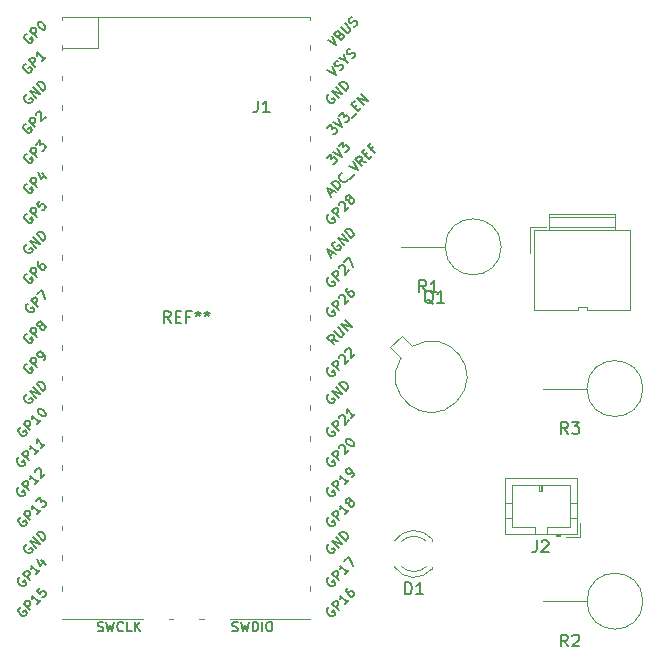
<source format=gbr>
%TF.GenerationSoftware,KiCad,Pcbnew,8.0.1*%
%TF.CreationDate,2024-03-28T11:23:41-03:00*%
%TF.ProjectId,agora vai,61676f72-6120-4766-9169-2e6b69636164,rev?*%
%TF.SameCoordinates,Original*%
%TF.FileFunction,Legend,Top*%
%TF.FilePolarity,Positive*%
%FSLAX46Y46*%
G04 Gerber Fmt 4.6, Leading zero omitted, Abs format (unit mm)*
G04 Created by KiCad (PCBNEW 8.0.1) date 2024-03-28 11:23:41*
%MOMM*%
%LPD*%
G01*
G04 APERTURE LIST*
%ADD10C,0.150000*%
%ADD11C,0.120000*%
G04 APERTURE END LIST*
D10*
X129531905Y-122414819D02*
X129531905Y-121414819D01*
X129531905Y-121414819D02*
X129770000Y-121414819D01*
X129770000Y-121414819D02*
X129912857Y-121462438D01*
X129912857Y-121462438D02*
X130008095Y-121557676D01*
X130008095Y-121557676D02*
X130055714Y-121652914D01*
X130055714Y-121652914D02*
X130103333Y-121843390D01*
X130103333Y-121843390D02*
X130103333Y-121986247D01*
X130103333Y-121986247D02*
X130055714Y-122176723D01*
X130055714Y-122176723D02*
X130008095Y-122271961D01*
X130008095Y-122271961D02*
X129912857Y-122367200D01*
X129912857Y-122367200D02*
X129770000Y-122414819D01*
X129770000Y-122414819D02*
X129531905Y-122414819D01*
X131055714Y-122414819D02*
X130484286Y-122414819D01*
X130770000Y-122414819D02*
X130770000Y-121414819D01*
X130770000Y-121414819D02*
X130674762Y-121557676D01*
X130674762Y-121557676D02*
X130579524Y-121652914D01*
X130579524Y-121652914D02*
X130484286Y-121700533D01*
X131904761Y-97820057D02*
X131809523Y-97772438D01*
X131809523Y-97772438D02*
X131714285Y-97677200D01*
X131714285Y-97677200D02*
X131571428Y-97534342D01*
X131571428Y-97534342D02*
X131476190Y-97486723D01*
X131476190Y-97486723D02*
X131380952Y-97486723D01*
X131428571Y-97724819D02*
X131333333Y-97677200D01*
X131333333Y-97677200D02*
X131238095Y-97581961D01*
X131238095Y-97581961D02*
X131190476Y-97391485D01*
X131190476Y-97391485D02*
X131190476Y-97058152D01*
X131190476Y-97058152D02*
X131238095Y-96867676D01*
X131238095Y-96867676D02*
X131333333Y-96772438D01*
X131333333Y-96772438D02*
X131428571Y-96724819D01*
X131428571Y-96724819D02*
X131619047Y-96724819D01*
X131619047Y-96724819D02*
X131714285Y-96772438D01*
X131714285Y-96772438D02*
X131809523Y-96867676D01*
X131809523Y-96867676D02*
X131857142Y-97058152D01*
X131857142Y-97058152D02*
X131857142Y-97391485D01*
X131857142Y-97391485D02*
X131809523Y-97581961D01*
X131809523Y-97581961D02*
X131714285Y-97677200D01*
X131714285Y-97677200D02*
X131619047Y-97724819D01*
X131619047Y-97724819D02*
X131428571Y-97724819D01*
X132809523Y-97724819D02*
X132238095Y-97724819D01*
X132523809Y-97724819D02*
X132523809Y-96724819D01*
X132523809Y-96724819D02*
X132428571Y-96867676D01*
X132428571Y-96867676D02*
X132333333Y-96962914D01*
X132333333Y-96962914D02*
X132238095Y-97010533D01*
X131308333Y-96824819D02*
X130975000Y-96348628D01*
X130736905Y-96824819D02*
X130736905Y-95824819D01*
X130736905Y-95824819D02*
X131117857Y-95824819D01*
X131117857Y-95824819D02*
X131213095Y-95872438D01*
X131213095Y-95872438D02*
X131260714Y-95920057D01*
X131260714Y-95920057D02*
X131308333Y-96015295D01*
X131308333Y-96015295D02*
X131308333Y-96158152D01*
X131308333Y-96158152D02*
X131260714Y-96253390D01*
X131260714Y-96253390D02*
X131213095Y-96301009D01*
X131213095Y-96301009D02*
X131117857Y-96348628D01*
X131117857Y-96348628D02*
X130736905Y-96348628D01*
X132260714Y-96824819D02*
X131689286Y-96824819D01*
X131975000Y-96824819D02*
X131975000Y-95824819D01*
X131975000Y-95824819D02*
X131879762Y-95967676D01*
X131879762Y-95967676D02*
X131784524Y-96062914D01*
X131784524Y-96062914D02*
X131689286Y-96110533D01*
X143308333Y-126824819D02*
X142975000Y-126348628D01*
X142736905Y-126824819D02*
X142736905Y-125824819D01*
X142736905Y-125824819D02*
X143117857Y-125824819D01*
X143117857Y-125824819D02*
X143213095Y-125872438D01*
X143213095Y-125872438D02*
X143260714Y-125920057D01*
X143260714Y-125920057D02*
X143308333Y-126015295D01*
X143308333Y-126015295D02*
X143308333Y-126158152D01*
X143308333Y-126158152D02*
X143260714Y-126253390D01*
X143260714Y-126253390D02*
X143213095Y-126301009D01*
X143213095Y-126301009D02*
X143117857Y-126348628D01*
X143117857Y-126348628D02*
X142736905Y-126348628D01*
X143689286Y-125920057D02*
X143736905Y-125872438D01*
X143736905Y-125872438D02*
X143832143Y-125824819D01*
X143832143Y-125824819D02*
X144070238Y-125824819D01*
X144070238Y-125824819D02*
X144165476Y-125872438D01*
X144165476Y-125872438D02*
X144213095Y-125920057D01*
X144213095Y-125920057D02*
X144260714Y-126015295D01*
X144260714Y-126015295D02*
X144260714Y-126110533D01*
X144260714Y-126110533D02*
X144213095Y-126253390D01*
X144213095Y-126253390D02*
X143641667Y-126824819D01*
X143641667Y-126824819D02*
X144260714Y-126824819D01*
X140666666Y-117854819D02*
X140666666Y-118569104D01*
X140666666Y-118569104D02*
X140619047Y-118711961D01*
X140619047Y-118711961D02*
X140523809Y-118807200D01*
X140523809Y-118807200D02*
X140380952Y-118854819D01*
X140380952Y-118854819D02*
X140285714Y-118854819D01*
X141095238Y-117950057D02*
X141142857Y-117902438D01*
X141142857Y-117902438D02*
X141238095Y-117854819D01*
X141238095Y-117854819D02*
X141476190Y-117854819D01*
X141476190Y-117854819D02*
X141571428Y-117902438D01*
X141571428Y-117902438D02*
X141619047Y-117950057D01*
X141619047Y-117950057D02*
X141666666Y-118045295D01*
X141666666Y-118045295D02*
X141666666Y-118140533D01*
X141666666Y-118140533D02*
X141619047Y-118283390D01*
X141619047Y-118283390D02*
X141047619Y-118854819D01*
X141047619Y-118854819D02*
X141666666Y-118854819D01*
X109666666Y-99454819D02*
X109333333Y-98978628D01*
X109095238Y-99454819D02*
X109095238Y-98454819D01*
X109095238Y-98454819D02*
X109476190Y-98454819D01*
X109476190Y-98454819D02*
X109571428Y-98502438D01*
X109571428Y-98502438D02*
X109619047Y-98550057D01*
X109619047Y-98550057D02*
X109666666Y-98645295D01*
X109666666Y-98645295D02*
X109666666Y-98788152D01*
X109666666Y-98788152D02*
X109619047Y-98883390D01*
X109619047Y-98883390D02*
X109571428Y-98931009D01*
X109571428Y-98931009D02*
X109476190Y-98978628D01*
X109476190Y-98978628D02*
X109095238Y-98978628D01*
X110095238Y-98931009D02*
X110428571Y-98931009D01*
X110571428Y-99454819D02*
X110095238Y-99454819D01*
X110095238Y-99454819D02*
X110095238Y-98454819D01*
X110095238Y-98454819D02*
X110571428Y-98454819D01*
X111333333Y-98931009D02*
X111000000Y-98931009D01*
X111000000Y-99454819D02*
X111000000Y-98454819D01*
X111000000Y-98454819D02*
X111476190Y-98454819D01*
X112000000Y-98454819D02*
X112000000Y-98692914D01*
X111761905Y-98597676D02*
X112000000Y-98692914D01*
X112000000Y-98692914D02*
X112238095Y-98597676D01*
X111857143Y-98883390D02*
X112000000Y-98692914D01*
X112000000Y-98692914D02*
X112142857Y-98883390D01*
X112761905Y-98454819D02*
X112761905Y-98692914D01*
X112523810Y-98597676D02*
X112761905Y-98692914D01*
X112761905Y-98692914D02*
X113000000Y-98597676D01*
X112619048Y-98883390D02*
X112761905Y-98692914D01*
X112761905Y-98692914D02*
X112904762Y-98883390D01*
X96943998Y-120980868D02*
X96863185Y-121007805D01*
X96863185Y-121007805D02*
X96782373Y-121088618D01*
X96782373Y-121088618D02*
X96728498Y-121196367D01*
X96728498Y-121196367D02*
X96728498Y-121304117D01*
X96728498Y-121304117D02*
X96755436Y-121384929D01*
X96755436Y-121384929D02*
X96836248Y-121519616D01*
X96836248Y-121519616D02*
X96917060Y-121600428D01*
X96917060Y-121600428D02*
X97051747Y-121681241D01*
X97051747Y-121681241D02*
X97132560Y-121708178D01*
X97132560Y-121708178D02*
X97240309Y-121708178D01*
X97240309Y-121708178D02*
X97348059Y-121654303D01*
X97348059Y-121654303D02*
X97401934Y-121600428D01*
X97401934Y-121600428D02*
X97455808Y-121492679D01*
X97455808Y-121492679D02*
X97455808Y-121438804D01*
X97455808Y-121438804D02*
X97267247Y-121250242D01*
X97267247Y-121250242D02*
X97159497Y-121357992D01*
X97752120Y-121250242D02*
X97186434Y-120684557D01*
X97186434Y-120684557D02*
X97401934Y-120469057D01*
X97401934Y-120469057D02*
X97482746Y-120442120D01*
X97482746Y-120442120D02*
X97536621Y-120442120D01*
X97536621Y-120442120D02*
X97617433Y-120469057D01*
X97617433Y-120469057D02*
X97698245Y-120549870D01*
X97698245Y-120549870D02*
X97725182Y-120630682D01*
X97725182Y-120630682D02*
X97725182Y-120684557D01*
X97725182Y-120684557D02*
X97698245Y-120765369D01*
X97698245Y-120765369D02*
X97482746Y-120980868D01*
X98614117Y-120388245D02*
X98290868Y-120711494D01*
X98452492Y-120549870D02*
X97886807Y-119984184D01*
X97886807Y-119984184D02*
X97913744Y-120118871D01*
X97913744Y-120118871D02*
X97913744Y-120226621D01*
X97913744Y-120226621D02*
X97886807Y-120307433D01*
X98721866Y-119526248D02*
X99098990Y-119903372D01*
X98371680Y-119445436D02*
X98641054Y-119984184D01*
X98641054Y-119984184D02*
X98991240Y-119633998D01*
X97613372Y-97821494D02*
X97532560Y-97848431D01*
X97532560Y-97848431D02*
X97451748Y-97929243D01*
X97451748Y-97929243D02*
X97397873Y-98036993D01*
X97397873Y-98036993D02*
X97397873Y-98144742D01*
X97397873Y-98144742D02*
X97424810Y-98225555D01*
X97424810Y-98225555D02*
X97505623Y-98360242D01*
X97505623Y-98360242D02*
X97586435Y-98441054D01*
X97586435Y-98441054D02*
X97721122Y-98521866D01*
X97721122Y-98521866D02*
X97801934Y-98548803D01*
X97801934Y-98548803D02*
X97909684Y-98548803D01*
X97909684Y-98548803D02*
X98017433Y-98494929D01*
X98017433Y-98494929D02*
X98071308Y-98441054D01*
X98071308Y-98441054D02*
X98125183Y-98333304D01*
X98125183Y-98333304D02*
X98125183Y-98279429D01*
X98125183Y-98279429D02*
X97936621Y-98090868D01*
X97936621Y-98090868D02*
X97828871Y-98198617D01*
X98421494Y-98090868D02*
X97855809Y-97525182D01*
X97855809Y-97525182D02*
X98071308Y-97309683D01*
X98071308Y-97309683D02*
X98152120Y-97282746D01*
X98152120Y-97282746D02*
X98205995Y-97282746D01*
X98205995Y-97282746D02*
X98286807Y-97309683D01*
X98286807Y-97309683D02*
X98367619Y-97390495D01*
X98367619Y-97390495D02*
X98394557Y-97471307D01*
X98394557Y-97471307D02*
X98394557Y-97525182D01*
X98394557Y-97525182D02*
X98367619Y-97605994D01*
X98367619Y-97605994D02*
X98152120Y-97821494D01*
X98367619Y-97013372D02*
X98744743Y-96636248D01*
X98744743Y-96636248D02*
X99067992Y-97444370D01*
X123097998Y-95590868D02*
X123017185Y-95617805D01*
X123017185Y-95617805D02*
X122936373Y-95698618D01*
X122936373Y-95698618D02*
X122882498Y-95806367D01*
X122882498Y-95806367D02*
X122882498Y-95914117D01*
X122882498Y-95914117D02*
X122909436Y-95994929D01*
X122909436Y-95994929D02*
X122990248Y-96129616D01*
X122990248Y-96129616D02*
X123071060Y-96210428D01*
X123071060Y-96210428D02*
X123205747Y-96291241D01*
X123205747Y-96291241D02*
X123286560Y-96318178D01*
X123286560Y-96318178D02*
X123394309Y-96318178D01*
X123394309Y-96318178D02*
X123502059Y-96264303D01*
X123502059Y-96264303D02*
X123555934Y-96210428D01*
X123555934Y-96210428D02*
X123609808Y-96102679D01*
X123609808Y-96102679D02*
X123609808Y-96048804D01*
X123609808Y-96048804D02*
X123421247Y-95860242D01*
X123421247Y-95860242D02*
X123313497Y-95967992D01*
X123906120Y-95860242D02*
X123340434Y-95294557D01*
X123340434Y-95294557D02*
X123555934Y-95079057D01*
X123555934Y-95079057D02*
X123636746Y-95052120D01*
X123636746Y-95052120D02*
X123690621Y-95052120D01*
X123690621Y-95052120D02*
X123771433Y-95079057D01*
X123771433Y-95079057D02*
X123852245Y-95159870D01*
X123852245Y-95159870D02*
X123879182Y-95240682D01*
X123879182Y-95240682D02*
X123879182Y-95294557D01*
X123879182Y-95294557D02*
X123852245Y-95375369D01*
X123852245Y-95375369D02*
X123636746Y-95590868D01*
X123933057Y-94809683D02*
X123933057Y-94755809D01*
X123933057Y-94755809D02*
X123959995Y-94674996D01*
X123959995Y-94674996D02*
X124094682Y-94540309D01*
X124094682Y-94540309D02*
X124175494Y-94513372D01*
X124175494Y-94513372D02*
X124229369Y-94513372D01*
X124229369Y-94513372D02*
X124310181Y-94540309D01*
X124310181Y-94540309D02*
X124364056Y-94594184D01*
X124364056Y-94594184D02*
X124417930Y-94701934D01*
X124417930Y-94701934D02*
X124417930Y-95348431D01*
X124417930Y-95348431D02*
X124768117Y-94998245D01*
X124390993Y-94243998D02*
X124768117Y-93866874D01*
X124768117Y-93866874D02*
X125091366Y-94674996D01*
X122890123Y-85490868D02*
X123240309Y-85140682D01*
X123240309Y-85140682D02*
X123267247Y-85544743D01*
X123267247Y-85544743D02*
X123348059Y-85463931D01*
X123348059Y-85463931D02*
X123428871Y-85436993D01*
X123428871Y-85436993D02*
X123482746Y-85436993D01*
X123482746Y-85436993D02*
X123563558Y-85463931D01*
X123563558Y-85463931D02*
X123698245Y-85598618D01*
X123698245Y-85598618D02*
X123725182Y-85679430D01*
X123725182Y-85679430D02*
X123725182Y-85733305D01*
X123725182Y-85733305D02*
X123698245Y-85814117D01*
X123698245Y-85814117D02*
X123536621Y-85975741D01*
X123536621Y-85975741D02*
X123455808Y-86002679D01*
X123455808Y-86002679D02*
X123401934Y-86002679D01*
X123401934Y-84979057D02*
X124156181Y-85356181D01*
X124156181Y-85356181D02*
X123779057Y-84601934D01*
X123913744Y-84467247D02*
X124263930Y-84117061D01*
X124263930Y-84117061D02*
X124290868Y-84521122D01*
X124290868Y-84521122D02*
X124371680Y-84440309D01*
X124371680Y-84440309D02*
X124452492Y-84413372D01*
X124452492Y-84413372D02*
X124506367Y-84413372D01*
X124506367Y-84413372D02*
X124587179Y-84440309D01*
X124587179Y-84440309D02*
X124721866Y-84574996D01*
X124721866Y-84574996D02*
X124748804Y-84655809D01*
X124748804Y-84655809D02*
X124748804Y-84709683D01*
X124748804Y-84709683D02*
X124721866Y-84790496D01*
X124721866Y-84790496D02*
X124560242Y-84952120D01*
X124560242Y-84952120D02*
X124479430Y-84979057D01*
X124479430Y-84979057D02*
X124425555Y-84979057D01*
X96989998Y-115900868D02*
X96909185Y-115927805D01*
X96909185Y-115927805D02*
X96828373Y-116008618D01*
X96828373Y-116008618D02*
X96774498Y-116116367D01*
X96774498Y-116116367D02*
X96774498Y-116224117D01*
X96774498Y-116224117D02*
X96801436Y-116304929D01*
X96801436Y-116304929D02*
X96882248Y-116439616D01*
X96882248Y-116439616D02*
X96963060Y-116520428D01*
X96963060Y-116520428D02*
X97097747Y-116601241D01*
X97097747Y-116601241D02*
X97178560Y-116628178D01*
X97178560Y-116628178D02*
X97286309Y-116628178D01*
X97286309Y-116628178D02*
X97394059Y-116574303D01*
X97394059Y-116574303D02*
X97447934Y-116520428D01*
X97447934Y-116520428D02*
X97501808Y-116412679D01*
X97501808Y-116412679D02*
X97501808Y-116358804D01*
X97501808Y-116358804D02*
X97313247Y-116170242D01*
X97313247Y-116170242D02*
X97205497Y-116277992D01*
X97798120Y-116170242D02*
X97232434Y-115604557D01*
X97232434Y-115604557D02*
X97447934Y-115389057D01*
X97447934Y-115389057D02*
X97528746Y-115362120D01*
X97528746Y-115362120D02*
X97582621Y-115362120D01*
X97582621Y-115362120D02*
X97663433Y-115389057D01*
X97663433Y-115389057D02*
X97744245Y-115469870D01*
X97744245Y-115469870D02*
X97771182Y-115550682D01*
X97771182Y-115550682D02*
X97771182Y-115604557D01*
X97771182Y-115604557D02*
X97744245Y-115685369D01*
X97744245Y-115685369D02*
X97528746Y-115900868D01*
X98660117Y-115308245D02*
X98336868Y-115631494D01*
X98498492Y-115469870D02*
X97932807Y-114904184D01*
X97932807Y-114904184D02*
X97959744Y-115038871D01*
X97959744Y-115038871D02*
X97959744Y-115146621D01*
X97959744Y-115146621D02*
X97932807Y-115227433D01*
X98282993Y-114553998D02*
X98633179Y-114203812D01*
X98633179Y-114203812D02*
X98660117Y-114607873D01*
X98660117Y-114607873D02*
X98740929Y-114527060D01*
X98740929Y-114527060D02*
X98821741Y-114500123D01*
X98821741Y-114500123D02*
X98875616Y-114500123D01*
X98875616Y-114500123D02*
X98956428Y-114527060D01*
X98956428Y-114527060D02*
X99091115Y-114661747D01*
X99091115Y-114661747D02*
X99118053Y-114742560D01*
X99118053Y-114742560D02*
X99118053Y-114796434D01*
X99118053Y-114796434D02*
X99091115Y-114877247D01*
X99091115Y-114877247D02*
X98929491Y-115038871D01*
X98929491Y-115038871D02*
X98848679Y-115065808D01*
X98848679Y-115065808D02*
X98794804Y-115065808D01*
X123838651Y-100943710D02*
X123380716Y-100862898D01*
X123515403Y-101266959D02*
X122949717Y-100701274D01*
X122949717Y-100701274D02*
X123165216Y-100485775D01*
X123165216Y-100485775D02*
X123246029Y-100458837D01*
X123246029Y-100458837D02*
X123299903Y-100458837D01*
X123299903Y-100458837D02*
X123380716Y-100485775D01*
X123380716Y-100485775D02*
X123461528Y-100566587D01*
X123461528Y-100566587D02*
X123488465Y-100647399D01*
X123488465Y-100647399D02*
X123488465Y-100701274D01*
X123488465Y-100701274D02*
X123461528Y-100782086D01*
X123461528Y-100782086D02*
X123246029Y-100997585D01*
X123515403Y-100135588D02*
X123973338Y-100593524D01*
X123973338Y-100593524D02*
X124054151Y-100620462D01*
X124054151Y-100620462D02*
X124108025Y-100620462D01*
X124108025Y-100620462D02*
X124188838Y-100593524D01*
X124188838Y-100593524D02*
X124296587Y-100485775D01*
X124296587Y-100485775D02*
X124323525Y-100404962D01*
X124323525Y-100404962D02*
X124323525Y-100351088D01*
X124323525Y-100351088D02*
X124296587Y-100270275D01*
X124296587Y-100270275D02*
X123838651Y-99812340D01*
X124673711Y-100108651D02*
X124108025Y-99542966D01*
X124108025Y-99542966D02*
X124996959Y-99785402D01*
X124996959Y-99785402D02*
X124431274Y-99219717D01*
X123097998Y-110820868D02*
X123017185Y-110847805D01*
X123017185Y-110847805D02*
X122936373Y-110928618D01*
X122936373Y-110928618D02*
X122882498Y-111036367D01*
X122882498Y-111036367D02*
X122882498Y-111144117D01*
X122882498Y-111144117D02*
X122909436Y-111224929D01*
X122909436Y-111224929D02*
X122990248Y-111359616D01*
X122990248Y-111359616D02*
X123071060Y-111440428D01*
X123071060Y-111440428D02*
X123205747Y-111521241D01*
X123205747Y-111521241D02*
X123286560Y-111548178D01*
X123286560Y-111548178D02*
X123394309Y-111548178D01*
X123394309Y-111548178D02*
X123502059Y-111494303D01*
X123502059Y-111494303D02*
X123555934Y-111440428D01*
X123555934Y-111440428D02*
X123609808Y-111332679D01*
X123609808Y-111332679D02*
X123609808Y-111278804D01*
X123609808Y-111278804D02*
X123421247Y-111090242D01*
X123421247Y-111090242D02*
X123313497Y-111197992D01*
X123906120Y-111090242D02*
X123340434Y-110524557D01*
X123340434Y-110524557D02*
X123555934Y-110309057D01*
X123555934Y-110309057D02*
X123636746Y-110282120D01*
X123636746Y-110282120D02*
X123690621Y-110282120D01*
X123690621Y-110282120D02*
X123771433Y-110309057D01*
X123771433Y-110309057D02*
X123852245Y-110389870D01*
X123852245Y-110389870D02*
X123879182Y-110470682D01*
X123879182Y-110470682D02*
X123879182Y-110524557D01*
X123879182Y-110524557D02*
X123852245Y-110605369D01*
X123852245Y-110605369D02*
X123636746Y-110820868D01*
X123933057Y-110039683D02*
X123933057Y-109985809D01*
X123933057Y-109985809D02*
X123959995Y-109904996D01*
X123959995Y-109904996D02*
X124094682Y-109770309D01*
X124094682Y-109770309D02*
X124175494Y-109743372D01*
X124175494Y-109743372D02*
X124229369Y-109743372D01*
X124229369Y-109743372D02*
X124310181Y-109770309D01*
X124310181Y-109770309D02*
X124364056Y-109824184D01*
X124364056Y-109824184D02*
X124417930Y-109931934D01*
X124417930Y-109931934D02*
X124417930Y-110578431D01*
X124417930Y-110578431D02*
X124768117Y-110228245D01*
X124552618Y-109312373D02*
X124606492Y-109258499D01*
X124606492Y-109258499D02*
X124687305Y-109231561D01*
X124687305Y-109231561D02*
X124741179Y-109231561D01*
X124741179Y-109231561D02*
X124821992Y-109258499D01*
X124821992Y-109258499D02*
X124956679Y-109339311D01*
X124956679Y-109339311D02*
X125091366Y-109473998D01*
X125091366Y-109473998D02*
X125172178Y-109608685D01*
X125172178Y-109608685D02*
X125199115Y-109689497D01*
X125199115Y-109689497D02*
X125199115Y-109743372D01*
X125199115Y-109743372D02*
X125172178Y-109824184D01*
X125172178Y-109824184D02*
X125118303Y-109878059D01*
X125118303Y-109878059D02*
X125037491Y-109904996D01*
X125037491Y-109904996D02*
X124983616Y-109904996D01*
X124983616Y-109904996D02*
X124902804Y-109878059D01*
X124902804Y-109878059D02*
X124768117Y-109797247D01*
X124768117Y-109797247D02*
X124633430Y-109662560D01*
X124633430Y-109662560D02*
X124552618Y-109527873D01*
X124552618Y-109527873D02*
X124525680Y-109447060D01*
X124525680Y-109447060D02*
X124525680Y-109393186D01*
X124525680Y-109393186D02*
X124552618Y-109312373D01*
X97513372Y-102931494D02*
X97432560Y-102958431D01*
X97432560Y-102958431D02*
X97351748Y-103039243D01*
X97351748Y-103039243D02*
X97297873Y-103146993D01*
X97297873Y-103146993D02*
X97297873Y-103254742D01*
X97297873Y-103254742D02*
X97324810Y-103335555D01*
X97324810Y-103335555D02*
X97405623Y-103470242D01*
X97405623Y-103470242D02*
X97486435Y-103551054D01*
X97486435Y-103551054D02*
X97621122Y-103631866D01*
X97621122Y-103631866D02*
X97701934Y-103658803D01*
X97701934Y-103658803D02*
X97809684Y-103658803D01*
X97809684Y-103658803D02*
X97917433Y-103604929D01*
X97917433Y-103604929D02*
X97971308Y-103551054D01*
X97971308Y-103551054D02*
X98025183Y-103443304D01*
X98025183Y-103443304D02*
X98025183Y-103389429D01*
X98025183Y-103389429D02*
X97836621Y-103200868D01*
X97836621Y-103200868D02*
X97728871Y-103308617D01*
X98321494Y-103200868D02*
X97755809Y-102635182D01*
X97755809Y-102635182D02*
X97971308Y-102419683D01*
X97971308Y-102419683D02*
X98052120Y-102392746D01*
X98052120Y-102392746D02*
X98105995Y-102392746D01*
X98105995Y-102392746D02*
X98186807Y-102419683D01*
X98186807Y-102419683D02*
X98267619Y-102500495D01*
X98267619Y-102500495D02*
X98294557Y-102581307D01*
X98294557Y-102581307D02*
X98294557Y-102635182D01*
X98294557Y-102635182D02*
X98267619Y-102715994D01*
X98267619Y-102715994D02*
X98052120Y-102931494D01*
X98914117Y-102608245D02*
X99021867Y-102500495D01*
X99021867Y-102500495D02*
X99048804Y-102419683D01*
X99048804Y-102419683D02*
X99048804Y-102365808D01*
X99048804Y-102365808D02*
X99021867Y-102231121D01*
X99021867Y-102231121D02*
X98941054Y-102096434D01*
X98941054Y-102096434D02*
X98725555Y-101880935D01*
X98725555Y-101880935D02*
X98644743Y-101853998D01*
X98644743Y-101853998D02*
X98590868Y-101853998D01*
X98590868Y-101853998D02*
X98510056Y-101880935D01*
X98510056Y-101880935D02*
X98402306Y-101988685D01*
X98402306Y-101988685D02*
X98375369Y-102069497D01*
X98375369Y-102069497D02*
X98375369Y-102123372D01*
X98375369Y-102123372D02*
X98402306Y-102204184D01*
X98402306Y-102204184D02*
X98536993Y-102338871D01*
X98536993Y-102338871D02*
X98617806Y-102365808D01*
X98617806Y-102365808D02*
X98671680Y-102365808D01*
X98671680Y-102365808D02*
X98752493Y-102338871D01*
X98752493Y-102338871D02*
X98860242Y-102231121D01*
X98860242Y-102231121D02*
X98887180Y-102150309D01*
X98887180Y-102150309D02*
X98887180Y-102096434D01*
X98887180Y-102096434D02*
X98860242Y-102015622D01*
X123155064Y-88534049D02*
X123424438Y-88264675D01*
X123262813Y-88749549D02*
X122885690Y-87995301D01*
X122885690Y-87995301D02*
X123639937Y-88372425D01*
X123828499Y-88183863D02*
X123262813Y-87618178D01*
X123262813Y-87618178D02*
X123397500Y-87483491D01*
X123397500Y-87483491D02*
X123505250Y-87429616D01*
X123505250Y-87429616D02*
X123612999Y-87429616D01*
X123612999Y-87429616D02*
X123693812Y-87456553D01*
X123693812Y-87456553D02*
X123828499Y-87537366D01*
X123828499Y-87537366D02*
X123909311Y-87618178D01*
X123909311Y-87618178D02*
X123990123Y-87752865D01*
X123990123Y-87752865D02*
X124017060Y-87833677D01*
X124017060Y-87833677D02*
X124017060Y-87941427D01*
X124017060Y-87941427D02*
X123963186Y-88049176D01*
X123963186Y-88049176D02*
X123828499Y-88183863D01*
X124663558Y-87241054D02*
X124663558Y-87294929D01*
X124663558Y-87294929D02*
X124609683Y-87402679D01*
X124609683Y-87402679D02*
X124555808Y-87456553D01*
X124555808Y-87456553D02*
X124448059Y-87510428D01*
X124448059Y-87510428D02*
X124340309Y-87510428D01*
X124340309Y-87510428D02*
X124259497Y-87483491D01*
X124259497Y-87483491D02*
X124124810Y-87402679D01*
X124124810Y-87402679D02*
X124043998Y-87321866D01*
X124043998Y-87321866D02*
X123963186Y-87187179D01*
X123963186Y-87187179D02*
X123936248Y-87106367D01*
X123936248Y-87106367D02*
X123936248Y-86998618D01*
X123936248Y-86998618D02*
X123990123Y-86890868D01*
X123990123Y-86890868D02*
X124043998Y-86836993D01*
X124043998Y-86836993D02*
X124151747Y-86783118D01*
X124151747Y-86783118D02*
X124205622Y-86783118D01*
X124879057Y-87241054D02*
X125310056Y-86810056D01*
X124744370Y-86136621D02*
X125498618Y-86513744D01*
X125498618Y-86513744D02*
X125121494Y-85759497D01*
X126198990Y-85813372D02*
X125741054Y-85732560D01*
X125875741Y-86136621D02*
X125310056Y-85570935D01*
X125310056Y-85570935D02*
X125525555Y-85355436D01*
X125525555Y-85355436D02*
X125606367Y-85328499D01*
X125606367Y-85328499D02*
X125660242Y-85328499D01*
X125660242Y-85328499D02*
X125741054Y-85355436D01*
X125741054Y-85355436D02*
X125821866Y-85436248D01*
X125821866Y-85436248D02*
X125848804Y-85517061D01*
X125848804Y-85517061D02*
X125848804Y-85570935D01*
X125848804Y-85570935D02*
X125821866Y-85651748D01*
X125821866Y-85651748D02*
X125606367Y-85867247D01*
X126145115Y-85274624D02*
X126333677Y-85086062D01*
X126710800Y-85301561D02*
X126441426Y-85570935D01*
X126441426Y-85570935D02*
X125875741Y-85005250D01*
X125875741Y-85005250D02*
X126145115Y-84735876D01*
X126845488Y-84574251D02*
X126656926Y-84762813D01*
X126953237Y-85059125D02*
X126387552Y-84493439D01*
X126387552Y-84493439D02*
X126656926Y-84224065D01*
X123097998Y-98120868D02*
X123017185Y-98147805D01*
X123017185Y-98147805D02*
X122936373Y-98228618D01*
X122936373Y-98228618D02*
X122882498Y-98336367D01*
X122882498Y-98336367D02*
X122882498Y-98444117D01*
X122882498Y-98444117D02*
X122909436Y-98524929D01*
X122909436Y-98524929D02*
X122990248Y-98659616D01*
X122990248Y-98659616D02*
X123071060Y-98740428D01*
X123071060Y-98740428D02*
X123205747Y-98821241D01*
X123205747Y-98821241D02*
X123286560Y-98848178D01*
X123286560Y-98848178D02*
X123394309Y-98848178D01*
X123394309Y-98848178D02*
X123502059Y-98794303D01*
X123502059Y-98794303D02*
X123555934Y-98740428D01*
X123555934Y-98740428D02*
X123609808Y-98632679D01*
X123609808Y-98632679D02*
X123609808Y-98578804D01*
X123609808Y-98578804D02*
X123421247Y-98390242D01*
X123421247Y-98390242D02*
X123313497Y-98497992D01*
X123906120Y-98390242D02*
X123340434Y-97824557D01*
X123340434Y-97824557D02*
X123555934Y-97609057D01*
X123555934Y-97609057D02*
X123636746Y-97582120D01*
X123636746Y-97582120D02*
X123690621Y-97582120D01*
X123690621Y-97582120D02*
X123771433Y-97609057D01*
X123771433Y-97609057D02*
X123852245Y-97689870D01*
X123852245Y-97689870D02*
X123879182Y-97770682D01*
X123879182Y-97770682D02*
X123879182Y-97824557D01*
X123879182Y-97824557D02*
X123852245Y-97905369D01*
X123852245Y-97905369D02*
X123636746Y-98120868D01*
X123933057Y-97339683D02*
X123933057Y-97285809D01*
X123933057Y-97285809D02*
X123959995Y-97204996D01*
X123959995Y-97204996D02*
X124094682Y-97070309D01*
X124094682Y-97070309D02*
X124175494Y-97043372D01*
X124175494Y-97043372D02*
X124229369Y-97043372D01*
X124229369Y-97043372D02*
X124310181Y-97070309D01*
X124310181Y-97070309D02*
X124364056Y-97124184D01*
X124364056Y-97124184D02*
X124417930Y-97231934D01*
X124417930Y-97231934D02*
X124417930Y-97878431D01*
X124417930Y-97878431D02*
X124768117Y-97528245D01*
X124687305Y-96477686D02*
X124579555Y-96585436D01*
X124579555Y-96585436D02*
X124552618Y-96666248D01*
X124552618Y-96666248D02*
X124552618Y-96720123D01*
X124552618Y-96720123D02*
X124579555Y-96854810D01*
X124579555Y-96854810D02*
X124660367Y-96989497D01*
X124660367Y-96989497D02*
X124875866Y-97204996D01*
X124875866Y-97204996D02*
X124956679Y-97231934D01*
X124956679Y-97231934D02*
X125010553Y-97231934D01*
X125010553Y-97231934D02*
X125091366Y-97204996D01*
X125091366Y-97204996D02*
X125199115Y-97097247D01*
X125199115Y-97097247D02*
X125226053Y-97016434D01*
X125226053Y-97016434D02*
X125226053Y-96962560D01*
X125226053Y-96962560D02*
X125199115Y-96881747D01*
X125199115Y-96881747D02*
X125064428Y-96747060D01*
X125064428Y-96747060D02*
X124983616Y-96720123D01*
X124983616Y-96720123D02*
X124929741Y-96720123D01*
X124929741Y-96720123D02*
X124848929Y-96747060D01*
X124848929Y-96747060D02*
X124741179Y-96854810D01*
X124741179Y-96854810D02*
X124714242Y-96935622D01*
X124714242Y-96935622D02*
X124714242Y-96989497D01*
X124714242Y-96989497D02*
X124741179Y-97070309D01*
X123097998Y-113360868D02*
X123017185Y-113387805D01*
X123017185Y-113387805D02*
X122936373Y-113468618D01*
X122936373Y-113468618D02*
X122882498Y-113576367D01*
X122882498Y-113576367D02*
X122882498Y-113684117D01*
X122882498Y-113684117D02*
X122909436Y-113764929D01*
X122909436Y-113764929D02*
X122990248Y-113899616D01*
X122990248Y-113899616D02*
X123071060Y-113980428D01*
X123071060Y-113980428D02*
X123205747Y-114061241D01*
X123205747Y-114061241D02*
X123286560Y-114088178D01*
X123286560Y-114088178D02*
X123394309Y-114088178D01*
X123394309Y-114088178D02*
X123502059Y-114034303D01*
X123502059Y-114034303D02*
X123555934Y-113980428D01*
X123555934Y-113980428D02*
X123609808Y-113872679D01*
X123609808Y-113872679D02*
X123609808Y-113818804D01*
X123609808Y-113818804D02*
X123421247Y-113630242D01*
X123421247Y-113630242D02*
X123313497Y-113737992D01*
X123906120Y-113630242D02*
X123340434Y-113064557D01*
X123340434Y-113064557D02*
X123555934Y-112849057D01*
X123555934Y-112849057D02*
X123636746Y-112822120D01*
X123636746Y-112822120D02*
X123690621Y-112822120D01*
X123690621Y-112822120D02*
X123771433Y-112849057D01*
X123771433Y-112849057D02*
X123852245Y-112929870D01*
X123852245Y-112929870D02*
X123879182Y-113010682D01*
X123879182Y-113010682D02*
X123879182Y-113064557D01*
X123879182Y-113064557D02*
X123852245Y-113145369D01*
X123852245Y-113145369D02*
X123636746Y-113360868D01*
X124768117Y-112768245D02*
X124444868Y-113091494D01*
X124606492Y-112929870D02*
X124040807Y-112364184D01*
X124040807Y-112364184D02*
X124067744Y-112498871D01*
X124067744Y-112498871D02*
X124067744Y-112606621D01*
X124067744Y-112606621D02*
X124040807Y-112687433D01*
X125037491Y-112498871D02*
X125145240Y-112391121D01*
X125145240Y-112391121D02*
X125172178Y-112310309D01*
X125172178Y-112310309D02*
X125172178Y-112256434D01*
X125172178Y-112256434D02*
X125145240Y-112121747D01*
X125145240Y-112121747D02*
X125064428Y-111987060D01*
X125064428Y-111987060D02*
X124848929Y-111771561D01*
X124848929Y-111771561D02*
X124768117Y-111744624D01*
X124768117Y-111744624D02*
X124714242Y-111744624D01*
X124714242Y-111744624D02*
X124633430Y-111771561D01*
X124633430Y-111771561D02*
X124525680Y-111879311D01*
X124525680Y-111879311D02*
X124498743Y-111960123D01*
X124498743Y-111960123D02*
X124498743Y-112013998D01*
X124498743Y-112013998D02*
X124525680Y-112094810D01*
X124525680Y-112094810D02*
X124660367Y-112229497D01*
X124660367Y-112229497D02*
X124741179Y-112256434D01*
X124741179Y-112256434D02*
X124795054Y-112256434D01*
X124795054Y-112256434D02*
X124875866Y-112229497D01*
X124875866Y-112229497D02*
X124983616Y-112121747D01*
X124983616Y-112121747D02*
X125010553Y-112040935D01*
X125010553Y-112040935D02*
X125010553Y-111987060D01*
X125010553Y-111987060D02*
X124983616Y-111906248D01*
X97513372Y-90231494D02*
X97432560Y-90258431D01*
X97432560Y-90258431D02*
X97351748Y-90339243D01*
X97351748Y-90339243D02*
X97297873Y-90446993D01*
X97297873Y-90446993D02*
X97297873Y-90554742D01*
X97297873Y-90554742D02*
X97324810Y-90635555D01*
X97324810Y-90635555D02*
X97405623Y-90770242D01*
X97405623Y-90770242D02*
X97486435Y-90851054D01*
X97486435Y-90851054D02*
X97621122Y-90931866D01*
X97621122Y-90931866D02*
X97701934Y-90958803D01*
X97701934Y-90958803D02*
X97809684Y-90958803D01*
X97809684Y-90958803D02*
X97917433Y-90904929D01*
X97917433Y-90904929D02*
X97971308Y-90851054D01*
X97971308Y-90851054D02*
X98025183Y-90743304D01*
X98025183Y-90743304D02*
X98025183Y-90689429D01*
X98025183Y-90689429D02*
X97836621Y-90500868D01*
X97836621Y-90500868D02*
X97728871Y-90608617D01*
X98321494Y-90500868D02*
X97755809Y-89935182D01*
X97755809Y-89935182D02*
X97971308Y-89719683D01*
X97971308Y-89719683D02*
X98052120Y-89692746D01*
X98052120Y-89692746D02*
X98105995Y-89692746D01*
X98105995Y-89692746D02*
X98186807Y-89719683D01*
X98186807Y-89719683D02*
X98267619Y-89800495D01*
X98267619Y-89800495D02*
X98294557Y-89881307D01*
X98294557Y-89881307D02*
X98294557Y-89935182D01*
X98294557Y-89935182D02*
X98267619Y-90015994D01*
X98267619Y-90015994D02*
X98052120Y-90231494D01*
X98590868Y-89100123D02*
X98321494Y-89369497D01*
X98321494Y-89369497D02*
X98563931Y-89665808D01*
X98563931Y-89665808D02*
X98563931Y-89611933D01*
X98563931Y-89611933D02*
X98590868Y-89531121D01*
X98590868Y-89531121D02*
X98725555Y-89396434D01*
X98725555Y-89396434D02*
X98806367Y-89369497D01*
X98806367Y-89369497D02*
X98860242Y-89369497D01*
X98860242Y-89369497D02*
X98941054Y-89396434D01*
X98941054Y-89396434D02*
X99075741Y-89531121D01*
X99075741Y-89531121D02*
X99102679Y-89611933D01*
X99102679Y-89611933D02*
X99102679Y-89665808D01*
X99102679Y-89665808D02*
X99075741Y-89746620D01*
X99075741Y-89746620D02*
X98941054Y-89881307D01*
X98941054Y-89881307D02*
X98860242Y-89908245D01*
X98860242Y-89908245D02*
X98806367Y-89908245D01*
X123151873Y-93741240D02*
X123421247Y-93471866D01*
X123259623Y-93956739D02*
X122882499Y-93202492D01*
X122882499Y-93202492D02*
X123636746Y-93579615D01*
X123582871Y-92555994D02*
X123502059Y-92582932D01*
X123502059Y-92582932D02*
X123421247Y-92663744D01*
X123421247Y-92663744D02*
X123367372Y-92771494D01*
X123367372Y-92771494D02*
X123367372Y-92879243D01*
X123367372Y-92879243D02*
X123394310Y-92960055D01*
X123394310Y-92960055D02*
X123475122Y-93094742D01*
X123475122Y-93094742D02*
X123555934Y-93175555D01*
X123555934Y-93175555D02*
X123690621Y-93256367D01*
X123690621Y-93256367D02*
X123771433Y-93283304D01*
X123771433Y-93283304D02*
X123879183Y-93283304D01*
X123879183Y-93283304D02*
X123986932Y-93229429D01*
X123986932Y-93229429D02*
X124040807Y-93175555D01*
X124040807Y-93175555D02*
X124094682Y-93067805D01*
X124094682Y-93067805D02*
X124094682Y-93013930D01*
X124094682Y-93013930D02*
X123906120Y-92825368D01*
X123906120Y-92825368D02*
X123798371Y-92933118D01*
X124390993Y-92825368D02*
X123825308Y-92259683D01*
X123825308Y-92259683D02*
X124714242Y-92502120D01*
X124714242Y-92502120D02*
X124148557Y-91936434D01*
X124983616Y-92232746D02*
X124417931Y-91667060D01*
X124417931Y-91667060D02*
X124552618Y-91532373D01*
X124552618Y-91532373D02*
X124660367Y-91478498D01*
X124660367Y-91478498D02*
X124768117Y-91478498D01*
X124768117Y-91478498D02*
X124848929Y-91505436D01*
X124848929Y-91505436D02*
X124983616Y-91586248D01*
X124983616Y-91586248D02*
X125064428Y-91667060D01*
X125064428Y-91667060D02*
X125145241Y-91801747D01*
X125145241Y-91801747D02*
X125172178Y-91882560D01*
X125172178Y-91882560D02*
X125172178Y-91990309D01*
X125172178Y-91990309D02*
X125118303Y-92098059D01*
X125118303Y-92098059D02*
X124983616Y-92232746D01*
X123086435Y-80098431D02*
X123005623Y-80125368D01*
X123005623Y-80125368D02*
X122924811Y-80206180D01*
X122924811Y-80206180D02*
X122870936Y-80313930D01*
X122870936Y-80313930D02*
X122870936Y-80421680D01*
X122870936Y-80421680D02*
X122897873Y-80502492D01*
X122897873Y-80502492D02*
X122978685Y-80637179D01*
X122978685Y-80637179D02*
X123059498Y-80717991D01*
X123059498Y-80717991D02*
X123194185Y-80798803D01*
X123194185Y-80798803D02*
X123274997Y-80825741D01*
X123274997Y-80825741D02*
X123382746Y-80825741D01*
X123382746Y-80825741D02*
X123490496Y-80771866D01*
X123490496Y-80771866D02*
X123544371Y-80717991D01*
X123544371Y-80717991D02*
X123598246Y-80610241D01*
X123598246Y-80610241D02*
X123598246Y-80556367D01*
X123598246Y-80556367D02*
X123409684Y-80367805D01*
X123409684Y-80367805D02*
X123301934Y-80475554D01*
X123894557Y-80367805D02*
X123328872Y-79802119D01*
X123328872Y-79802119D02*
X124217806Y-80044556D01*
X124217806Y-80044556D02*
X123652120Y-79478871D01*
X124487180Y-79775182D02*
X123921494Y-79209497D01*
X123921494Y-79209497D02*
X124056181Y-79074810D01*
X124056181Y-79074810D02*
X124163931Y-79020935D01*
X124163931Y-79020935D02*
X124271680Y-79020935D01*
X124271680Y-79020935D02*
X124352493Y-79047872D01*
X124352493Y-79047872D02*
X124487180Y-79128685D01*
X124487180Y-79128685D02*
X124567992Y-79209497D01*
X124567992Y-79209497D02*
X124648804Y-79344184D01*
X124648804Y-79344184D02*
X124675741Y-79424996D01*
X124675741Y-79424996D02*
X124675741Y-79532746D01*
X124675741Y-79532746D02*
X124621867Y-79640495D01*
X124621867Y-79640495D02*
X124487180Y-79775182D01*
X96843998Y-110820868D02*
X96763185Y-110847805D01*
X96763185Y-110847805D02*
X96682373Y-110928618D01*
X96682373Y-110928618D02*
X96628498Y-111036367D01*
X96628498Y-111036367D02*
X96628498Y-111144117D01*
X96628498Y-111144117D02*
X96655436Y-111224929D01*
X96655436Y-111224929D02*
X96736248Y-111359616D01*
X96736248Y-111359616D02*
X96817060Y-111440428D01*
X96817060Y-111440428D02*
X96951747Y-111521241D01*
X96951747Y-111521241D02*
X97032560Y-111548178D01*
X97032560Y-111548178D02*
X97140309Y-111548178D01*
X97140309Y-111548178D02*
X97248059Y-111494303D01*
X97248059Y-111494303D02*
X97301934Y-111440428D01*
X97301934Y-111440428D02*
X97355808Y-111332679D01*
X97355808Y-111332679D02*
X97355808Y-111278804D01*
X97355808Y-111278804D02*
X97167247Y-111090242D01*
X97167247Y-111090242D02*
X97059497Y-111197992D01*
X97652120Y-111090242D02*
X97086434Y-110524557D01*
X97086434Y-110524557D02*
X97301934Y-110309057D01*
X97301934Y-110309057D02*
X97382746Y-110282120D01*
X97382746Y-110282120D02*
X97436621Y-110282120D01*
X97436621Y-110282120D02*
X97517433Y-110309057D01*
X97517433Y-110309057D02*
X97598245Y-110389870D01*
X97598245Y-110389870D02*
X97625182Y-110470682D01*
X97625182Y-110470682D02*
X97625182Y-110524557D01*
X97625182Y-110524557D02*
X97598245Y-110605369D01*
X97598245Y-110605369D02*
X97382746Y-110820868D01*
X98514117Y-110228245D02*
X98190868Y-110551494D01*
X98352492Y-110389870D02*
X97786807Y-109824184D01*
X97786807Y-109824184D02*
X97813744Y-109958871D01*
X97813744Y-109958871D02*
X97813744Y-110066621D01*
X97813744Y-110066621D02*
X97786807Y-110147433D01*
X99052865Y-109689497D02*
X98729616Y-110012746D01*
X98891240Y-109851121D02*
X98325555Y-109285436D01*
X98325555Y-109285436D02*
X98352492Y-109420123D01*
X98352492Y-109420123D02*
X98352492Y-109527873D01*
X98352492Y-109527873D02*
X98325555Y-109608685D01*
X123097998Y-115900868D02*
X123017185Y-115927805D01*
X123017185Y-115927805D02*
X122936373Y-116008618D01*
X122936373Y-116008618D02*
X122882498Y-116116367D01*
X122882498Y-116116367D02*
X122882498Y-116224117D01*
X122882498Y-116224117D02*
X122909436Y-116304929D01*
X122909436Y-116304929D02*
X122990248Y-116439616D01*
X122990248Y-116439616D02*
X123071060Y-116520428D01*
X123071060Y-116520428D02*
X123205747Y-116601241D01*
X123205747Y-116601241D02*
X123286560Y-116628178D01*
X123286560Y-116628178D02*
X123394309Y-116628178D01*
X123394309Y-116628178D02*
X123502059Y-116574303D01*
X123502059Y-116574303D02*
X123555934Y-116520428D01*
X123555934Y-116520428D02*
X123609808Y-116412679D01*
X123609808Y-116412679D02*
X123609808Y-116358804D01*
X123609808Y-116358804D02*
X123421247Y-116170242D01*
X123421247Y-116170242D02*
X123313497Y-116277992D01*
X123906120Y-116170242D02*
X123340434Y-115604557D01*
X123340434Y-115604557D02*
X123555934Y-115389057D01*
X123555934Y-115389057D02*
X123636746Y-115362120D01*
X123636746Y-115362120D02*
X123690621Y-115362120D01*
X123690621Y-115362120D02*
X123771433Y-115389057D01*
X123771433Y-115389057D02*
X123852245Y-115469870D01*
X123852245Y-115469870D02*
X123879182Y-115550682D01*
X123879182Y-115550682D02*
X123879182Y-115604557D01*
X123879182Y-115604557D02*
X123852245Y-115685369D01*
X123852245Y-115685369D02*
X123636746Y-115900868D01*
X124768117Y-115308245D02*
X124444868Y-115631494D01*
X124606492Y-115469870D02*
X124040807Y-114904184D01*
X124040807Y-114904184D02*
X124067744Y-115038871D01*
X124067744Y-115038871D02*
X124067744Y-115146621D01*
X124067744Y-115146621D02*
X124040807Y-115227433D01*
X124768117Y-114661747D02*
X124687305Y-114688685D01*
X124687305Y-114688685D02*
X124633430Y-114688685D01*
X124633430Y-114688685D02*
X124552618Y-114661747D01*
X124552618Y-114661747D02*
X124525680Y-114634810D01*
X124525680Y-114634810D02*
X124498743Y-114553998D01*
X124498743Y-114553998D02*
X124498743Y-114500123D01*
X124498743Y-114500123D02*
X124525680Y-114419311D01*
X124525680Y-114419311D02*
X124633430Y-114311561D01*
X124633430Y-114311561D02*
X124714242Y-114284624D01*
X124714242Y-114284624D02*
X124768117Y-114284624D01*
X124768117Y-114284624D02*
X124848929Y-114311561D01*
X124848929Y-114311561D02*
X124875866Y-114338499D01*
X124875866Y-114338499D02*
X124902804Y-114419311D01*
X124902804Y-114419311D02*
X124902804Y-114473186D01*
X124902804Y-114473186D02*
X124875866Y-114553998D01*
X124875866Y-114553998D02*
X124768117Y-114661747D01*
X124768117Y-114661747D02*
X124741179Y-114742560D01*
X124741179Y-114742560D02*
X124741179Y-114796434D01*
X124741179Y-114796434D02*
X124768117Y-114877247D01*
X124768117Y-114877247D02*
X124875866Y-114984996D01*
X124875866Y-114984996D02*
X124956679Y-115011934D01*
X124956679Y-115011934D02*
X125010553Y-115011934D01*
X125010553Y-115011934D02*
X125091366Y-114984996D01*
X125091366Y-114984996D02*
X125199115Y-114877247D01*
X125199115Y-114877247D02*
X125226053Y-114796434D01*
X125226053Y-114796434D02*
X125226053Y-114742560D01*
X125226053Y-114742560D02*
X125199115Y-114661747D01*
X125199115Y-114661747D02*
X125091366Y-114553998D01*
X125091366Y-114553998D02*
X125010553Y-114527060D01*
X125010553Y-114527060D02*
X124956679Y-114527060D01*
X124956679Y-114527060D02*
X124875866Y-114553998D01*
X97513372Y-87691494D02*
X97432560Y-87718431D01*
X97432560Y-87718431D02*
X97351748Y-87799243D01*
X97351748Y-87799243D02*
X97297873Y-87906993D01*
X97297873Y-87906993D02*
X97297873Y-88014742D01*
X97297873Y-88014742D02*
X97324810Y-88095555D01*
X97324810Y-88095555D02*
X97405623Y-88230242D01*
X97405623Y-88230242D02*
X97486435Y-88311054D01*
X97486435Y-88311054D02*
X97621122Y-88391866D01*
X97621122Y-88391866D02*
X97701934Y-88418803D01*
X97701934Y-88418803D02*
X97809684Y-88418803D01*
X97809684Y-88418803D02*
X97917433Y-88364929D01*
X97917433Y-88364929D02*
X97971308Y-88311054D01*
X97971308Y-88311054D02*
X98025183Y-88203304D01*
X98025183Y-88203304D02*
X98025183Y-88149429D01*
X98025183Y-88149429D02*
X97836621Y-87960868D01*
X97836621Y-87960868D02*
X97728871Y-88068617D01*
X98321494Y-87960868D02*
X97755809Y-87395182D01*
X97755809Y-87395182D02*
X97971308Y-87179683D01*
X97971308Y-87179683D02*
X98052120Y-87152746D01*
X98052120Y-87152746D02*
X98105995Y-87152746D01*
X98105995Y-87152746D02*
X98186807Y-87179683D01*
X98186807Y-87179683D02*
X98267619Y-87260495D01*
X98267619Y-87260495D02*
X98294557Y-87341307D01*
X98294557Y-87341307D02*
X98294557Y-87395182D01*
X98294557Y-87395182D02*
X98267619Y-87475994D01*
X98267619Y-87475994D02*
X98052120Y-87691494D01*
X98752493Y-86775622D02*
X99129616Y-87152746D01*
X98402306Y-86694810D02*
X98671680Y-87233558D01*
X98671680Y-87233558D02*
X99021867Y-86883372D01*
X97513372Y-85151494D02*
X97432560Y-85178431D01*
X97432560Y-85178431D02*
X97351748Y-85259243D01*
X97351748Y-85259243D02*
X97297873Y-85366993D01*
X97297873Y-85366993D02*
X97297873Y-85474742D01*
X97297873Y-85474742D02*
X97324810Y-85555555D01*
X97324810Y-85555555D02*
X97405623Y-85690242D01*
X97405623Y-85690242D02*
X97486435Y-85771054D01*
X97486435Y-85771054D02*
X97621122Y-85851866D01*
X97621122Y-85851866D02*
X97701934Y-85878803D01*
X97701934Y-85878803D02*
X97809684Y-85878803D01*
X97809684Y-85878803D02*
X97917433Y-85824929D01*
X97917433Y-85824929D02*
X97971308Y-85771054D01*
X97971308Y-85771054D02*
X98025183Y-85663304D01*
X98025183Y-85663304D02*
X98025183Y-85609429D01*
X98025183Y-85609429D02*
X97836621Y-85420868D01*
X97836621Y-85420868D02*
X97728871Y-85528617D01*
X98321494Y-85420868D02*
X97755809Y-84855182D01*
X97755809Y-84855182D02*
X97971308Y-84639683D01*
X97971308Y-84639683D02*
X98052120Y-84612746D01*
X98052120Y-84612746D02*
X98105995Y-84612746D01*
X98105995Y-84612746D02*
X98186807Y-84639683D01*
X98186807Y-84639683D02*
X98267619Y-84720495D01*
X98267619Y-84720495D02*
X98294557Y-84801307D01*
X98294557Y-84801307D02*
X98294557Y-84855182D01*
X98294557Y-84855182D02*
X98267619Y-84935994D01*
X98267619Y-84935994D02*
X98052120Y-85151494D01*
X98267619Y-84343372D02*
X98617806Y-83993185D01*
X98617806Y-83993185D02*
X98644743Y-84397246D01*
X98644743Y-84397246D02*
X98725555Y-84316434D01*
X98725555Y-84316434D02*
X98806367Y-84289497D01*
X98806367Y-84289497D02*
X98860242Y-84289497D01*
X98860242Y-84289497D02*
X98941054Y-84316434D01*
X98941054Y-84316434D02*
X99075741Y-84451121D01*
X99075741Y-84451121D02*
X99102679Y-84531933D01*
X99102679Y-84531933D02*
X99102679Y-84585808D01*
X99102679Y-84585808D02*
X99075741Y-84666620D01*
X99075741Y-84666620D02*
X98914117Y-84828245D01*
X98914117Y-84828245D02*
X98833305Y-84855182D01*
X98833305Y-84855182D02*
X98779430Y-84855182D01*
X97486435Y-80098431D02*
X97405623Y-80125368D01*
X97405623Y-80125368D02*
X97324811Y-80206180D01*
X97324811Y-80206180D02*
X97270936Y-80313930D01*
X97270936Y-80313930D02*
X97270936Y-80421680D01*
X97270936Y-80421680D02*
X97297873Y-80502492D01*
X97297873Y-80502492D02*
X97378685Y-80637179D01*
X97378685Y-80637179D02*
X97459498Y-80717991D01*
X97459498Y-80717991D02*
X97594185Y-80798803D01*
X97594185Y-80798803D02*
X97674997Y-80825741D01*
X97674997Y-80825741D02*
X97782746Y-80825741D01*
X97782746Y-80825741D02*
X97890496Y-80771866D01*
X97890496Y-80771866D02*
X97944371Y-80717991D01*
X97944371Y-80717991D02*
X97998246Y-80610241D01*
X97998246Y-80610241D02*
X97998246Y-80556367D01*
X97998246Y-80556367D02*
X97809684Y-80367805D01*
X97809684Y-80367805D02*
X97701934Y-80475554D01*
X98294557Y-80367805D02*
X97728872Y-79802119D01*
X97728872Y-79802119D02*
X98617806Y-80044556D01*
X98617806Y-80044556D02*
X98052120Y-79478871D01*
X98887180Y-79775182D02*
X98321494Y-79209497D01*
X98321494Y-79209497D02*
X98456181Y-79074810D01*
X98456181Y-79074810D02*
X98563931Y-79020935D01*
X98563931Y-79020935D02*
X98671680Y-79020935D01*
X98671680Y-79020935D02*
X98752493Y-79047872D01*
X98752493Y-79047872D02*
X98887180Y-79128685D01*
X98887180Y-79128685D02*
X98967992Y-79209497D01*
X98967992Y-79209497D02*
X99048804Y-79344184D01*
X99048804Y-79344184D02*
X99075741Y-79424996D01*
X99075741Y-79424996D02*
X99075741Y-79532746D01*
X99075741Y-79532746D02*
X99021867Y-79640495D01*
X99021867Y-79640495D02*
X98887180Y-79775182D01*
X96989998Y-108280868D02*
X96909185Y-108307805D01*
X96909185Y-108307805D02*
X96828373Y-108388618D01*
X96828373Y-108388618D02*
X96774498Y-108496367D01*
X96774498Y-108496367D02*
X96774498Y-108604117D01*
X96774498Y-108604117D02*
X96801436Y-108684929D01*
X96801436Y-108684929D02*
X96882248Y-108819616D01*
X96882248Y-108819616D02*
X96963060Y-108900428D01*
X96963060Y-108900428D02*
X97097747Y-108981241D01*
X97097747Y-108981241D02*
X97178560Y-109008178D01*
X97178560Y-109008178D02*
X97286309Y-109008178D01*
X97286309Y-109008178D02*
X97394059Y-108954303D01*
X97394059Y-108954303D02*
X97447934Y-108900428D01*
X97447934Y-108900428D02*
X97501808Y-108792679D01*
X97501808Y-108792679D02*
X97501808Y-108738804D01*
X97501808Y-108738804D02*
X97313247Y-108550242D01*
X97313247Y-108550242D02*
X97205497Y-108657992D01*
X97798120Y-108550242D02*
X97232434Y-107984557D01*
X97232434Y-107984557D02*
X97447934Y-107769057D01*
X97447934Y-107769057D02*
X97528746Y-107742120D01*
X97528746Y-107742120D02*
X97582621Y-107742120D01*
X97582621Y-107742120D02*
X97663433Y-107769057D01*
X97663433Y-107769057D02*
X97744245Y-107849870D01*
X97744245Y-107849870D02*
X97771182Y-107930682D01*
X97771182Y-107930682D02*
X97771182Y-107984557D01*
X97771182Y-107984557D02*
X97744245Y-108065369D01*
X97744245Y-108065369D02*
X97528746Y-108280868D01*
X98660117Y-107688245D02*
X98336868Y-108011494D01*
X98498492Y-107849870D02*
X97932807Y-107284184D01*
X97932807Y-107284184D02*
X97959744Y-107418871D01*
X97959744Y-107418871D02*
X97959744Y-107526621D01*
X97959744Y-107526621D02*
X97932807Y-107607433D01*
X98444618Y-106772373D02*
X98498492Y-106718499D01*
X98498492Y-106718499D02*
X98579305Y-106691561D01*
X98579305Y-106691561D02*
X98633179Y-106691561D01*
X98633179Y-106691561D02*
X98713992Y-106718499D01*
X98713992Y-106718499D02*
X98848679Y-106799311D01*
X98848679Y-106799311D02*
X98983366Y-106933998D01*
X98983366Y-106933998D02*
X99064178Y-107068685D01*
X99064178Y-107068685D02*
X99091115Y-107149497D01*
X99091115Y-107149497D02*
X99091115Y-107203372D01*
X99091115Y-107203372D02*
X99064178Y-107284184D01*
X99064178Y-107284184D02*
X99010303Y-107338059D01*
X99010303Y-107338059D02*
X98929491Y-107364996D01*
X98929491Y-107364996D02*
X98875616Y-107364996D01*
X98875616Y-107364996D02*
X98794804Y-107338059D01*
X98794804Y-107338059D02*
X98660117Y-107257247D01*
X98660117Y-107257247D02*
X98525430Y-107122560D01*
X98525430Y-107122560D02*
X98444618Y-106987873D01*
X98444618Y-106987873D02*
X98417680Y-106907060D01*
X98417680Y-106907060D02*
X98417680Y-106853186D01*
X98417680Y-106853186D02*
X98444618Y-106772373D01*
X114904761Y-125524200D02*
X115019047Y-125562295D01*
X115019047Y-125562295D02*
X115209523Y-125562295D01*
X115209523Y-125562295D02*
X115285714Y-125524200D01*
X115285714Y-125524200D02*
X115323809Y-125486104D01*
X115323809Y-125486104D02*
X115361904Y-125409914D01*
X115361904Y-125409914D02*
X115361904Y-125333723D01*
X115361904Y-125333723D02*
X115323809Y-125257533D01*
X115323809Y-125257533D02*
X115285714Y-125219438D01*
X115285714Y-125219438D02*
X115209523Y-125181342D01*
X115209523Y-125181342D02*
X115057142Y-125143247D01*
X115057142Y-125143247D02*
X114980952Y-125105152D01*
X114980952Y-125105152D02*
X114942857Y-125067057D01*
X114942857Y-125067057D02*
X114904761Y-124990866D01*
X114904761Y-124990866D02*
X114904761Y-124914676D01*
X114904761Y-124914676D02*
X114942857Y-124838485D01*
X114942857Y-124838485D02*
X114980952Y-124800390D01*
X114980952Y-124800390D02*
X115057142Y-124762295D01*
X115057142Y-124762295D02*
X115247619Y-124762295D01*
X115247619Y-124762295D02*
X115361904Y-124800390D01*
X115628571Y-124762295D02*
X115819047Y-125562295D01*
X115819047Y-125562295D02*
X115971428Y-124990866D01*
X115971428Y-124990866D02*
X116123809Y-125562295D01*
X116123809Y-125562295D02*
X116314286Y-124762295D01*
X116619048Y-125562295D02*
X116619048Y-124762295D01*
X116619048Y-124762295D02*
X116809524Y-124762295D01*
X116809524Y-124762295D02*
X116923810Y-124800390D01*
X116923810Y-124800390D02*
X117000000Y-124876580D01*
X117000000Y-124876580D02*
X117038095Y-124952771D01*
X117038095Y-124952771D02*
X117076191Y-125105152D01*
X117076191Y-125105152D02*
X117076191Y-125219438D01*
X117076191Y-125219438D02*
X117038095Y-125371819D01*
X117038095Y-125371819D02*
X117000000Y-125448009D01*
X117000000Y-125448009D02*
X116923810Y-125524200D01*
X116923810Y-125524200D02*
X116809524Y-125562295D01*
X116809524Y-125562295D02*
X116619048Y-125562295D01*
X117419048Y-125562295D02*
X117419048Y-124762295D01*
X117952381Y-124762295D02*
X118104762Y-124762295D01*
X118104762Y-124762295D02*
X118180952Y-124800390D01*
X118180952Y-124800390D02*
X118257143Y-124876580D01*
X118257143Y-124876580D02*
X118295238Y-125028961D01*
X118295238Y-125028961D02*
X118295238Y-125295628D01*
X118295238Y-125295628D02*
X118257143Y-125448009D01*
X118257143Y-125448009D02*
X118180952Y-125524200D01*
X118180952Y-125524200D02*
X118104762Y-125562295D01*
X118104762Y-125562295D02*
X117952381Y-125562295D01*
X117952381Y-125562295D02*
X117876190Y-125524200D01*
X117876190Y-125524200D02*
X117800000Y-125448009D01*
X117800000Y-125448009D02*
X117761904Y-125295628D01*
X117761904Y-125295628D02*
X117761904Y-125028961D01*
X117761904Y-125028961D02*
X117800000Y-124876580D01*
X117800000Y-124876580D02*
X117876190Y-124800390D01*
X117876190Y-124800390D02*
X117952381Y-124762295D01*
X123097998Y-123520868D02*
X123017185Y-123547805D01*
X123017185Y-123547805D02*
X122936373Y-123628618D01*
X122936373Y-123628618D02*
X122882498Y-123736367D01*
X122882498Y-123736367D02*
X122882498Y-123844117D01*
X122882498Y-123844117D02*
X122909436Y-123924929D01*
X122909436Y-123924929D02*
X122990248Y-124059616D01*
X122990248Y-124059616D02*
X123071060Y-124140428D01*
X123071060Y-124140428D02*
X123205747Y-124221241D01*
X123205747Y-124221241D02*
X123286560Y-124248178D01*
X123286560Y-124248178D02*
X123394309Y-124248178D01*
X123394309Y-124248178D02*
X123502059Y-124194303D01*
X123502059Y-124194303D02*
X123555934Y-124140428D01*
X123555934Y-124140428D02*
X123609808Y-124032679D01*
X123609808Y-124032679D02*
X123609808Y-123978804D01*
X123609808Y-123978804D02*
X123421247Y-123790242D01*
X123421247Y-123790242D02*
X123313497Y-123897992D01*
X123906120Y-123790242D02*
X123340434Y-123224557D01*
X123340434Y-123224557D02*
X123555934Y-123009057D01*
X123555934Y-123009057D02*
X123636746Y-122982120D01*
X123636746Y-122982120D02*
X123690621Y-122982120D01*
X123690621Y-122982120D02*
X123771433Y-123009057D01*
X123771433Y-123009057D02*
X123852245Y-123089870D01*
X123852245Y-123089870D02*
X123879182Y-123170682D01*
X123879182Y-123170682D02*
X123879182Y-123224557D01*
X123879182Y-123224557D02*
X123852245Y-123305369D01*
X123852245Y-123305369D02*
X123636746Y-123520868D01*
X124768117Y-122928245D02*
X124444868Y-123251494D01*
X124606492Y-123089870D02*
X124040807Y-122524184D01*
X124040807Y-122524184D02*
X124067744Y-122658871D01*
X124067744Y-122658871D02*
X124067744Y-122766621D01*
X124067744Y-122766621D02*
X124040807Y-122847433D01*
X124687305Y-121877686D02*
X124579555Y-121985436D01*
X124579555Y-121985436D02*
X124552618Y-122066248D01*
X124552618Y-122066248D02*
X124552618Y-122120123D01*
X124552618Y-122120123D02*
X124579555Y-122254810D01*
X124579555Y-122254810D02*
X124660367Y-122389497D01*
X124660367Y-122389497D02*
X124875866Y-122604996D01*
X124875866Y-122604996D02*
X124956679Y-122631934D01*
X124956679Y-122631934D02*
X125010553Y-122631934D01*
X125010553Y-122631934D02*
X125091366Y-122604996D01*
X125091366Y-122604996D02*
X125199115Y-122497247D01*
X125199115Y-122497247D02*
X125226053Y-122416434D01*
X125226053Y-122416434D02*
X125226053Y-122362560D01*
X125226053Y-122362560D02*
X125199115Y-122281747D01*
X125199115Y-122281747D02*
X125064428Y-122147060D01*
X125064428Y-122147060D02*
X124983616Y-122120123D01*
X124983616Y-122120123D02*
X124929741Y-122120123D01*
X124929741Y-122120123D02*
X124848929Y-122147060D01*
X124848929Y-122147060D02*
X124741179Y-122254810D01*
X124741179Y-122254810D02*
X124714242Y-122335622D01*
X124714242Y-122335622D02*
X124714242Y-122389497D01*
X124714242Y-122389497D02*
X124741179Y-122470309D01*
X97413372Y-82611494D02*
X97332560Y-82638431D01*
X97332560Y-82638431D02*
X97251748Y-82719243D01*
X97251748Y-82719243D02*
X97197873Y-82826993D01*
X97197873Y-82826993D02*
X97197873Y-82934742D01*
X97197873Y-82934742D02*
X97224810Y-83015555D01*
X97224810Y-83015555D02*
X97305623Y-83150242D01*
X97305623Y-83150242D02*
X97386435Y-83231054D01*
X97386435Y-83231054D02*
X97521122Y-83311866D01*
X97521122Y-83311866D02*
X97601934Y-83338803D01*
X97601934Y-83338803D02*
X97709684Y-83338803D01*
X97709684Y-83338803D02*
X97817433Y-83284929D01*
X97817433Y-83284929D02*
X97871308Y-83231054D01*
X97871308Y-83231054D02*
X97925183Y-83123304D01*
X97925183Y-83123304D02*
X97925183Y-83069429D01*
X97925183Y-83069429D02*
X97736621Y-82880868D01*
X97736621Y-82880868D02*
X97628871Y-82988617D01*
X98221494Y-82880868D02*
X97655809Y-82315182D01*
X97655809Y-82315182D02*
X97871308Y-82099683D01*
X97871308Y-82099683D02*
X97952120Y-82072746D01*
X97952120Y-82072746D02*
X98005995Y-82072746D01*
X98005995Y-82072746D02*
X98086807Y-82099683D01*
X98086807Y-82099683D02*
X98167619Y-82180495D01*
X98167619Y-82180495D02*
X98194557Y-82261307D01*
X98194557Y-82261307D02*
X98194557Y-82315182D01*
X98194557Y-82315182D02*
X98167619Y-82395994D01*
X98167619Y-82395994D02*
X97952120Y-82611494D01*
X98248432Y-81830309D02*
X98248432Y-81776434D01*
X98248432Y-81776434D02*
X98275369Y-81695622D01*
X98275369Y-81695622D02*
X98410056Y-81560935D01*
X98410056Y-81560935D02*
X98490868Y-81533998D01*
X98490868Y-81533998D02*
X98544743Y-81533998D01*
X98544743Y-81533998D02*
X98625555Y-81560935D01*
X98625555Y-81560935D02*
X98679430Y-81614810D01*
X98679430Y-81614810D02*
X98733305Y-81722559D01*
X98733305Y-81722559D02*
X98733305Y-82369057D01*
X98733305Y-82369057D02*
X99083491Y-82018871D01*
X122922407Y-82958584D02*
X123272593Y-82608398D01*
X123272593Y-82608398D02*
X123299531Y-83012459D01*
X123299531Y-83012459D02*
X123380343Y-82931646D01*
X123380343Y-82931646D02*
X123461155Y-82904709D01*
X123461155Y-82904709D02*
X123515030Y-82904709D01*
X123515030Y-82904709D02*
X123595842Y-82931646D01*
X123595842Y-82931646D02*
X123730529Y-83066333D01*
X123730529Y-83066333D02*
X123757467Y-83147146D01*
X123757467Y-83147146D02*
X123757467Y-83201020D01*
X123757467Y-83201020D02*
X123730529Y-83281833D01*
X123730529Y-83281833D02*
X123568905Y-83443457D01*
X123568905Y-83443457D02*
X123488093Y-83470394D01*
X123488093Y-83470394D02*
X123434218Y-83470394D01*
X123434218Y-82446773D02*
X124188465Y-82823897D01*
X124188465Y-82823897D02*
X123811342Y-82069649D01*
X123946028Y-81934963D02*
X124296215Y-81584776D01*
X124296215Y-81584776D02*
X124323152Y-81988837D01*
X124323152Y-81988837D02*
X124403964Y-81908025D01*
X124403964Y-81908025D02*
X124484776Y-81881088D01*
X124484776Y-81881088D02*
X124538651Y-81881088D01*
X124538651Y-81881088D02*
X124619464Y-81908025D01*
X124619464Y-81908025D02*
X124754151Y-82042712D01*
X124754151Y-82042712D02*
X124781088Y-82123524D01*
X124781088Y-82123524D02*
X124781088Y-82177399D01*
X124781088Y-82177399D02*
X124754151Y-82258211D01*
X124754151Y-82258211D02*
X124592526Y-82419836D01*
X124592526Y-82419836D02*
X124511714Y-82446773D01*
X124511714Y-82446773D02*
X124457839Y-82446773D01*
X125023525Y-82096587D02*
X125454523Y-81665588D01*
X125239024Y-81180715D02*
X125427586Y-80992153D01*
X125804709Y-81207652D02*
X125535335Y-81477026D01*
X125535335Y-81477026D02*
X124969650Y-80911341D01*
X124969650Y-80911341D02*
X125239024Y-80641967D01*
X126047146Y-80965215D02*
X125481461Y-80399530D01*
X125481461Y-80399530D02*
X126370395Y-80641967D01*
X126370395Y-80641967D02*
X125804710Y-80076281D01*
X97486435Y-92798431D02*
X97405623Y-92825368D01*
X97405623Y-92825368D02*
X97324811Y-92906180D01*
X97324811Y-92906180D02*
X97270936Y-93013930D01*
X97270936Y-93013930D02*
X97270936Y-93121680D01*
X97270936Y-93121680D02*
X97297873Y-93202492D01*
X97297873Y-93202492D02*
X97378685Y-93337179D01*
X97378685Y-93337179D02*
X97459498Y-93417991D01*
X97459498Y-93417991D02*
X97594185Y-93498803D01*
X97594185Y-93498803D02*
X97674997Y-93525741D01*
X97674997Y-93525741D02*
X97782746Y-93525741D01*
X97782746Y-93525741D02*
X97890496Y-93471866D01*
X97890496Y-93471866D02*
X97944371Y-93417991D01*
X97944371Y-93417991D02*
X97998246Y-93310241D01*
X97998246Y-93310241D02*
X97998246Y-93256367D01*
X97998246Y-93256367D02*
X97809684Y-93067805D01*
X97809684Y-93067805D02*
X97701934Y-93175554D01*
X98294557Y-93067805D02*
X97728872Y-92502119D01*
X97728872Y-92502119D02*
X98617806Y-92744556D01*
X98617806Y-92744556D02*
X98052120Y-92178871D01*
X98887180Y-92475182D02*
X98321494Y-91909497D01*
X98321494Y-91909497D02*
X98456181Y-91774810D01*
X98456181Y-91774810D02*
X98563931Y-91720935D01*
X98563931Y-91720935D02*
X98671680Y-91720935D01*
X98671680Y-91720935D02*
X98752493Y-91747872D01*
X98752493Y-91747872D02*
X98887180Y-91828685D01*
X98887180Y-91828685D02*
X98967992Y-91909497D01*
X98967992Y-91909497D02*
X99048804Y-92044184D01*
X99048804Y-92044184D02*
X99075741Y-92124996D01*
X99075741Y-92124996D02*
X99075741Y-92232746D01*
X99075741Y-92232746D02*
X99021867Y-92340495D01*
X99021867Y-92340495D02*
X98887180Y-92475182D01*
X123097998Y-120980868D02*
X123017185Y-121007805D01*
X123017185Y-121007805D02*
X122936373Y-121088618D01*
X122936373Y-121088618D02*
X122882498Y-121196367D01*
X122882498Y-121196367D02*
X122882498Y-121304117D01*
X122882498Y-121304117D02*
X122909436Y-121384929D01*
X122909436Y-121384929D02*
X122990248Y-121519616D01*
X122990248Y-121519616D02*
X123071060Y-121600428D01*
X123071060Y-121600428D02*
X123205747Y-121681241D01*
X123205747Y-121681241D02*
X123286560Y-121708178D01*
X123286560Y-121708178D02*
X123394309Y-121708178D01*
X123394309Y-121708178D02*
X123502059Y-121654303D01*
X123502059Y-121654303D02*
X123555934Y-121600428D01*
X123555934Y-121600428D02*
X123609808Y-121492679D01*
X123609808Y-121492679D02*
X123609808Y-121438804D01*
X123609808Y-121438804D02*
X123421247Y-121250242D01*
X123421247Y-121250242D02*
X123313497Y-121357992D01*
X123906120Y-121250242D02*
X123340434Y-120684557D01*
X123340434Y-120684557D02*
X123555934Y-120469057D01*
X123555934Y-120469057D02*
X123636746Y-120442120D01*
X123636746Y-120442120D02*
X123690621Y-120442120D01*
X123690621Y-120442120D02*
X123771433Y-120469057D01*
X123771433Y-120469057D02*
X123852245Y-120549870D01*
X123852245Y-120549870D02*
X123879182Y-120630682D01*
X123879182Y-120630682D02*
X123879182Y-120684557D01*
X123879182Y-120684557D02*
X123852245Y-120765369D01*
X123852245Y-120765369D02*
X123636746Y-120980868D01*
X124768117Y-120388245D02*
X124444868Y-120711494D01*
X124606492Y-120549870D02*
X124040807Y-119984184D01*
X124040807Y-119984184D02*
X124067744Y-120118871D01*
X124067744Y-120118871D02*
X124067744Y-120226621D01*
X124067744Y-120226621D02*
X124040807Y-120307433D01*
X124390993Y-119633998D02*
X124768117Y-119256874D01*
X124768117Y-119256874D02*
X125091366Y-120064996D01*
X123097998Y-103200868D02*
X123017185Y-103227805D01*
X123017185Y-103227805D02*
X122936373Y-103308618D01*
X122936373Y-103308618D02*
X122882498Y-103416367D01*
X122882498Y-103416367D02*
X122882498Y-103524117D01*
X122882498Y-103524117D02*
X122909436Y-103604929D01*
X122909436Y-103604929D02*
X122990248Y-103739616D01*
X122990248Y-103739616D02*
X123071060Y-103820428D01*
X123071060Y-103820428D02*
X123205747Y-103901241D01*
X123205747Y-103901241D02*
X123286560Y-103928178D01*
X123286560Y-103928178D02*
X123394309Y-103928178D01*
X123394309Y-103928178D02*
X123502059Y-103874303D01*
X123502059Y-103874303D02*
X123555934Y-103820428D01*
X123555934Y-103820428D02*
X123609808Y-103712679D01*
X123609808Y-103712679D02*
X123609808Y-103658804D01*
X123609808Y-103658804D02*
X123421247Y-103470242D01*
X123421247Y-103470242D02*
X123313497Y-103577992D01*
X123906120Y-103470242D02*
X123340434Y-102904557D01*
X123340434Y-102904557D02*
X123555934Y-102689057D01*
X123555934Y-102689057D02*
X123636746Y-102662120D01*
X123636746Y-102662120D02*
X123690621Y-102662120D01*
X123690621Y-102662120D02*
X123771433Y-102689057D01*
X123771433Y-102689057D02*
X123852245Y-102769870D01*
X123852245Y-102769870D02*
X123879182Y-102850682D01*
X123879182Y-102850682D02*
X123879182Y-102904557D01*
X123879182Y-102904557D02*
X123852245Y-102985369D01*
X123852245Y-102985369D02*
X123636746Y-103200868D01*
X123933057Y-102419683D02*
X123933057Y-102365809D01*
X123933057Y-102365809D02*
X123959995Y-102284996D01*
X123959995Y-102284996D02*
X124094682Y-102150309D01*
X124094682Y-102150309D02*
X124175494Y-102123372D01*
X124175494Y-102123372D02*
X124229369Y-102123372D01*
X124229369Y-102123372D02*
X124310181Y-102150309D01*
X124310181Y-102150309D02*
X124364056Y-102204184D01*
X124364056Y-102204184D02*
X124417930Y-102311934D01*
X124417930Y-102311934D02*
X124417930Y-102958431D01*
X124417930Y-102958431D02*
X124768117Y-102608245D01*
X124471805Y-101880935D02*
X124471805Y-101827060D01*
X124471805Y-101827060D02*
X124498743Y-101746248D01*
X124498743Y-101746248D02*
X124633430Y-101611561D01*
X124633430Y-101611561D02*
X124714242Y-101584624D01*
X124714242Y-101584624D02*
X124768117Y-101584624D01*
X124768117Y-101584624D02*
X124848929Y-101611561D01*
X124848929Y-101611561D02*
X124902804Y-101665436D01*
X124902804Y-101665436D02*
X124956679Y-101773186D01*
X124956679Y-101773186D02*
X124956679Y-102419683D01*
X124956679Y-102419683D02*
X125306865Y-102069497D01*
X123097998Y-108290868D02*
X123017185Y-108317805D01*
X123017185Y-108317805D02*
X122936373Y-108398618D01*
X122936373Y-108398618D02*
X122882498Y-108506367D01*
X122882498Y-108506367D02*
X122882498Y-108614117D01*
X122882498Y-108614117D02*
X122909436Y-108694929D01*
X122909436Y-108694929D02*
X122990248Y-108829616D01*
X122990248Y-108829616D02*
X123071060Y-108910428D01*
X123071060Y-108910428D02*
X123205747Y-108991241D01*
X123205747Y-108991241D02*
X123286560Y-109018178D01*
X123286560Y-109018178D02*
X123394309Y-109018178D01*
X123394309Y-109018178D02*
X123502059Y-108964303D01*
X123502059Y-108964303D02*
X123555934Y-108910428D01*
X123555934Y-108910428D02*
X123609808Y-108802679D01*
X123609808Y-108802679D02*
X123609808Y-108748804D01*
X123609808Y-108748804D02*
X123421247Y-108560242D01*
X123421247Y-108560242D02*
X123313497Y-108667992D01*
X123906120Y-108560242D02*
X123340434Y-107994557D01*
X123340434Y-107994557D02*
X123555934Y-107779057D01*
X123555934Y-107779057D02*
X123636746Y-107752120D01*
X123636746Y-107752120D02*
X123690621Y-107752120D01*
X123690621Y-107752120D02*
X123771433Y-107779057D01*
X123771433Y-107779057D02*
X123852245Y-107859870D01*
X123852245Y-107859870D02*
X123879182Y-107940682D01*
X123879182Y-107940682D02*
X123879182Y-107994557D01*
X123879182Y-107994557D02*
X123852245Y-108075369D01*
X123852245Y-108075369D02*
X123636746Y-108290868D01*
X123933057Y-107509683D02*
X123933057Y-107455809D01*
X123933057Y-107455809D02*
X123959995Y-107374996D01*
X123959995Y-107374996D02*
X124094682Y-107240309D01*
X124094682Y-107240309D02*
X124175494Y-107213372D01*
X124175494Y-107213372D02*
X124229369Y-107213372D01*
X124229369Y-107213372D02*
X124310181Y-107240309D01*
X124310181Y-107240309D02*
X124364056Y-107294184D01*
X124364056Y-107294184D02*
X124417930Y-107401934D01*
X124417930Y-107401934D02*
X124417930Y-108048431D01*
X124417930Y-108048431D02*
X124768117Y-107698245D01*
X125306865Y-107159497D02*
X124983616Y-107482746D01*
X125145240Y-107321121D02*
X124579555Y-106755436D01*
X124579555Y-106755436D02*
X124606492Y-106890123D01*
X124606492Y-106890123D02*
X124606492Y-106997873D01*
X124606492Y-106997873D02*
X124579555Y-107078685D01*
X122953406Y-75527585D02*
X123707653Y-75904709D01*
X123707653Y-75904709D02*
X123330529Y-75150462D01*
X123977027Y-75042712D02*
X124084776Y-74988838D01*
X124084776Y-74988838D02*
X124138651Y-74988838D01*
X124138651Y-74988838D02*
X124219463Y-75015775D01*
X124219463Y-75015775D02*
X124300276Y-75096587D01*
X124300276Y-75096587D02*
X124327213Y-75177399D01*
X124327213Y-75177399D02*
X124327213Y-75231274D01*
X124327213Y-75231274D02*
X124300276Y-75312086D01*
X124300276Y-75312086D02*
X124084776Y-75527586D01*
X124084776Y-75527586D02*
X123519091Y-74961900D01*
X123519091Y-74961900D02*
X123707653Y-74773338D01*
X123707653Y-74773338D02*
X123788465Y-74746401D01*
X123788465Y-74746401D02*
X123842340Y-74746401D01*
X123842340Y-74746401D02*
X123923152Y-74773338D01*
X123923152Y-74773338D02*
X123977027Y-74827213D01*
X123977027Y-74827213D02*
X124003964Y-74908025D01*
X124003964Y-74908025D02*
X124003964Y-74961900D01*
X124003964Y-74961900D02*
X123977027Y-75042712D01*
X123977027Y-75042712D02*
X123788465Y-75231274D01*
X124084776Y-74396215D02*
X124542712Y-74854151D01*
X124542712Y-74854151D02*
X124623524Y-74881088D01*
X124623524Y-74881088D02*
X124677399Y-74881088D01*
X124677399Y-74881088D02*
X124758211Y-74854151D01*
X124758211Y-74854151D02*
X124865961Y-74746401D01*
X124865961Y-74746401D02*
X124892898Y-74665589D01*
X124892898Y-74665589D02*
X124892898Y-74611714D01*
X124892898Y-74611714D02*
X124865961Y-74530902D01*
X124865961Y-74530902D02*
X124408025Y-74072966D01*
X125189210Y-74369277D02*
X125296959Y-74315403D01*
X125296959Y-74315403D02*
X125431646Y-74180716D01*
X125431646Y-74180716D02*
X125458584Y-74099903D01*
X125458584Y-74099903D02*
X125458584Y-74046029D01*
X125458584Y-74046029D02*
X125431646Y-73965216D01*
X125431646Y-73965216D02*
X125377771Y-73911342D01*
X125377771Y-73911342D02*
X125296959Y-73884404D01*
X125296959Y-73884404D02*
X125243084Y-73884404D01*
X125243084Y-73884404D02*
X125162272Y-73911342D01*
X125162272Y-73911342D02*
X125027585Y-73992154D01*
X125027585Y-73992154D02*
X124946773Y-74019091D01*
X124946773Y-74019091D02*
X124892898Y-74019091D01*
X124892898Y-74019091D02*
X124812086Y-73992154D01*
X124812086Y-73992154D02*
X124758211Y-73938279D01*
X124758211Y-73938279D02*
X124731274Y-73857467D01*
X124731274Y-73857467D02*
X124731274Y-73803592D01*
X124731274Y-73803592D02*
X124758211Y-73722780D01*
X124758211Y-73722780D02*
X124892898Y-73588093D01*
X124892898Y-73588093D02*
X125000648Y-73534218D01*
X123086435Y-105498431D02*
X123005623Y-105525368D01*
X123005623Y-105525368D02*
X122924811Y-105606180D01*
X122924811Y-105606180D02*
X122870936Y-105713930D01*
X122870936Y-105713930D02*
X122870936Y-105821680D01*
X122870936Y-105821680D02*
X122897873Y-105902492D01*
X122897873Y-105902492D02*
X122978685Y-106037179D01*
X122978685Y-106037179D02*
X123059498Y-106117991D01*
X123059498Y-106117991D02*
X123194185Y-106198803D01*
X123194185Y-106198803D02*
X123274997Y-106225741D01*
X123274997Y-106225741D02*
X123382746Y-106225741D01*
X123382746Y-106225741D02*
X123490496Y-106171866D01*
X123490496Y-106171866D02*
X123544371Y-106117991D01*
X123544371Y-106117991D02*
X123598246Y-106010241D01*
X123598246Y-106010241D02*
X123598246Y-105956367D01*
X123598246Y-105956367D02*
X123409684Y-105767805D01*
X123409684Y-105767805D02*
X123301934Y-105875554D01*
X123894557Y-105767805D02*
X123328872Y-105202119D01*
X123328872Y-105202119D02*
X124217806Y-105444556D01*
X124217806Y-105444556D02*
X123652120Y-104878871D01*
X124487180Y-105175182D02*
X123921494Y-104609497D01*
X123921494Y-104609497D02*
X124056181Y-104474810D01*
X124056181Y-104474810D02*
X124163931Y-104420935D01*
X124163931Y-104420935D02*
X124271680Y-104420935D01*
X124271680Y-104420935D02*
X124352493Y-104447872D01*
X124352493Y-104447872D02*
X124487180Y-104528685D01*
X124487180Y-104528685D02*
X124567992Y-104609497D01*
X124567992Y-104609497D02*
X124648804Y-104744184D01*
X124648804Y-104744184D02*
X124675741Y-104824996D01*
X124675741Y-104824996D02*
X124675741Y-104932746D01*
X124675741Y-104932746D02*
X124621867Y-105040495D01*
X124621867Y-105040495D02*
X124487180Y-105175182D01*
X97513372Y-95311494D02*
X97432560Y-95338431D01*
X97432560Y-95338431D02*
X97351748Y-95419243D01*
X97351748Y-95419243D02*
X97297873Y-95526993D01*
X97297873Y-95526993D02*
X97297873Y-95634742D01*
X97297873Y-95634742D02*
X97324810Y-95715555D01*
X97324810Y-95715555D02*
X97405623Y-95850242D01*
X97405623Y-95850242D02*
X97486435Y-95931054D01*
X97486435Y-95931054D02*
X97621122Y-96011866D01*
X97621122Y-96011866D02*
X97701934Y-96038803D01*
X97701934Y-96038803D02*
X97809684Y-96038803D01*
X97809684Y-96038803D02*
X97917433Y-95984929D01*
X97917433Y-95984929D02*
X97971308Y-95931054D01*
X97971308Y-95931054D02*
X98025183Y-95823304D01*
X98025183Y-95823304D02*
X98025183Y-95769429D01*
X98025183Y-95769429D02*
X97836621Y-95580868D01*
X97836621Y-95580868D02*
X97728871Y-95688617D01*
X98321494Y-95580868D02*
X97755809Y-95015182D01*
X97755809Y-95015182D02*
X97971308Y-94799683D01*
X97971308Y-94799683D02*
X98052120Y-94772746D01*
X98052120Y-94772746D02*
X98105995Y-94772746D01*
X98105995Y-94772746D02*
X98186807Y-94799683D01*
X98186807Y-94799683D02*
X98267619Y-94880495D01*
X98267619Y-94880495D02*
X98294557Y-94961307D01*
X98294557Y-94961307D02*
X98294557Y-95015182D01*
X98294557Y-95015182D02*
X98267619Y-95095994D01*
X98267619Y-95095994D02*
X98052120Y-95311494D01*
X98563931Y-94207060D02*
X98456181Y-94314810D01*
X98456181Y-94314810D02*
X98429244Y-94395622D01*
X98429244Y-94395622D02*
X98429244Y-94449497D01*
X98429244Y-94449497D02*
X98456181Y-94584184D01*
X98456181Y-94584184D02*
X98536993Y-94718871D01*
X98536993Y-94718871D02*
X98752493Y-94934370D01*
X98752493Y-94934370D02*
X98833305Y-94961307D01*
X98833305Y-94961307D02*
X98887180Y-94961307D01*
X98887180Y-94961307D02*
X98967992Y-94934370D01*
X98967992Y-94934370D02*
X99075741Y-94826620D01*
X99075741Y-94826620D02*
X99102679Y-94745808D01*
X99102679Y-94745808D02*
X99102679Y-94691933D01*
X99102679Y-94691933D02*
X99075741Y-94611121D01*
X99075741Y-94611121D02*
X98941054Y-94476434D01*
X98941054Y-94476434D02*
X98860242Y-94449497D01*
X98860242Y-94449497D02*
X98806367Y-94449497D01*
X98806367Y-94449497D02*
X98725555Y-94476434D01*
X98725555Y-94476434D02*
X98617806Y-94584184D01*
X98617806Y-94584184D02*
X98590868Y-94664996D01*
X98590868Y-94664996D02*
X98590868Y-94718871D01*
X98590868Y-94718871D02*
X98617806Y-94799683D01*
X97513372Y-100391494D02*
X97432560Y-100418431D01*
X97432560Y-100418431D02*
X97351748Y-100499243D01*
X97351748Y-100499243D02*
X97297873Y-100606993D01*
X97297873Y-100606993D02*
X97297873Y-100714742D01*
X97297873Y-100714742D02*
X97324810Y-100795555D01*
X97324810Y-100795555D02*
X97405623Y-100930242D01*
X97405623Y-100930242D02*
X97486435Y-101011054D01*
X97486435Y-101011054D02*
X97621122Y-101091866D01*
X97621122Y-101091866D02*
X97701934Y-101118803D01*
X97701934Y-101118803D02*
X97809684Y-101118803D01*
X97809684Y-101118803D02*
X97917433Y-101064929D01*
X97917433Y-101064929D02*
X97971308Y-101011054D01*
X97971308Y-101011054D02*
X98025183Y-100903304D01*
X98025183Y-100903304D02*
X98025183Y-100849429D01*
X98025183Y-100849429D02*
X97836621Y-100660868D01*
X97836621Y-100660868D02*
X97728871Y-100768617D01*
X98321494Y-100660868D02*
X97755809Y-100095182D01*
X97755809Y-100095182D02*
X97971308Y-99879683D01*
X97971308Y-99879683D02*
X98052120Y-99852746D01*
X98052120Y-99852746D02*
X98105995Y-99852746D01*
X98105995Y-99852746D02*
X98186807Y-99879683D01*
X98186807Y-99879683D02*
X98267619Y-99960495D01*
X98267619Y-99960495D02*
X98294557Y-100041307D01*
X98294557Y-100041307D02*
X98294557Y-100095182D01*
X98294557Y-100095182D02*
X98267619Y-100175994D01*
X98267619Y-100175994D02*
X98052120Y-100391494D01*
X98644743Y-99691121D02*
X98563931Y-99718059D01*
X98563931Y-99718059D02*
X98510056Y-99718059D01*
X98510056Y-99718059D02*
X98429244Y-99691121D01*
X98429244Y-99691121D02*
X98402306Y-99664184D01*
X98402306Y-99664184D02*
X98375369Y-99583372D01*
X98375369Y-99583372D02*
X98375369Y-99529497D01*
X98375369Y-99529497D02*
X98402306Y-99448685D01*
X98402306Y-99448685D02*
X98510056Y-99340935D01*
X98510056Y-99340935D02*
X98590868Y-99313998D01*
X98590868Y-99313998D02*
X98644743Y-99313998D01*
X98644743Y-99313998D02*
X98725555Y-99340935D01*
X98725555Y-99340935D02*
X98752493Y-99367872D01*
X98752493Y-99367872D02*
X98779430Y-99448685D01*
X98779430Y-99448685D02*
X98779430Y-99502559D01*
X98779430Y-99502559D02*
X98752493Y-99583372D01*
X98752493Y-99583372D02*
X98644743Y-99691121D01*
X98644743Y-99691121D02*
X98617806Y-99771933D01*
X98617806Y-99771933D02*
X98617806Y-99825808D01*
X98617806Y-99825808D02*
X98644743Y-99906620D01*
X98644743Y-99906620D02*
X98752493Y-100014370D01*
X98752493Y-100014370D02*
X98833305Y-100041307D01*
X98833305Y-100041307D02*
X98887180Y-100041307D01*
X98887180Y-100041307D02*
X98967992Y-100014370D01*
X98967992Y-100014370D02*
X99075741Y-99906620D01*
X99075741Y-99906620D02*
X99102679Y-99825808D01*
X99102679Y-99825808D02*
X99102679Y-99771933D01*
X99102679Y-99771933D02*
X99075741Y-99691121D01*
X99075741Y-99691121D02*
X98967992Y-99583372D01*
X98967992Y-99583372D02*
X98887180Y-99556434D01*
X98887180Y-99556434D02*
X98833305Y-99556434D01*
X98833305Y-99556434D02*
X98752493Y-99583372D01*
X123097998Y-90246868D02*
X123017185Y-90273805D01*
X123017185Y-90273805D02*
X122936373Y-90354618D01*
X122936373Y-90354618D02*
X122882498Y-90462367D01*
X122882498Y-90462367D02*
X122882498Y-90570117D01*
X122882498Y-90570117D02*
X122909436Y-90650929D01*
X122909436Y-90650929D02*
X122990248Y-90785616D01*
X122990248Y-90785616D02*
X123071060Y-90866428D01*
X123071060Y-90866428D02*
X123205747Y-90947241D01*
X123205747Y-90947241D02*
X123286560Y-90974178D01*
X123286560Y-90974178D02*
X123394309Y-90974178D01*
X123394309Y-90974178D02*
X123502059Y-90920303D01*
X123502059Y-90920303D02*
X123555934Y-90866428D01*
X123555934Y-90866428D02*
X123609808Y-90758679D01*
X123609808Y-90758679D02*
X123609808Y-90704804D01*
X123609808Y-90704804D02*
X123421247Y-90516242D01*
X123421247Y-90516242D02*
X123313497Y-90623992D01*
X123906120Y-90516242D02*
X123340434Y-89950557D01*
X123340434Y-89950557D02*
X123555934Y-89735057D01*
X123555934Y-89735057D02*
X123636746Y-89708120D01*
X123636746Y-89708120D02*
X123690621Y-89708120D01*
X123690621Y-89708120D02*
X123771433Y-89735057D01*
X123771433Y-89735057D02*
X123852245Y-89815870D01*
X123852245Y-89815870D02*
X123879182Y-89896682D01*
X123879182Y-89896682D02*
X123879182Y-89950557D01*
X123879182Y-89950557D02*
X123852245Y-90031369D01*
X123852245Y-90031369D02*
X123636746Y-90246868D01*
X123933057Y-89465683D02*
X123933057Y-89411809D01*
X123933057Y-89411809D02*
X123959995Y-89330996D01*
X123959995Y-89330996D02*
X124094682Y-89196309D01*
X124094682Y-89196309D02*
X124175494Y-89169372D01*
X124175494Y-89169372D02*
X124229369Y-89169372D01*
X124229369Y-89169372D02*
X124310181Y-89196309D01*
X124310181Y-89196309D02*
X124364056Y-89250184D01*
X124364056Y-89250184D02*
X124417930Y-89357934D01*
X124417930Y-89357934D02*
X124417930Y-90004431D01*
X124417930Y-90004431D02*
X124768117Y-89654245D01*
X124768117Y-89007747D02*
X124687305Y-89034685D01*
X124687305Y-89034685D02*
X124633430Y-89034685D01*
X124633430Y-89034685D02*
X124552618Y-89007747D01*
X124552618Y-89007747D02*
X124525680Y-88980810D01*
X124525680Y-88980810D02*
X124498743Y-88899998D01*
X124498743Y-88899998D02*
X124498743Y-88846123D01*
X124498743Y-88846123D02*
X124525680Y-88765311D01*
X124525680Y-88765311D02*
X124633430Y-88657561D01*
X124633430Y-88657561D02*
X124714242Y-88630624D01*
X124714242Y-88630624D02*
X124768117Y-88630624D01*
X124768117Y-88630624D02*
X124848929Y-88657561D01*
X124848929Y-88657561D02*
X124875866Y-88684499D01*
X124875866Y-88684499D02*
X124902804Y-88765311D01*
X124902804Y-88765311D02*
X124902804Y-88819186D01*
X124902804Y-88819186D02*
X124875866Y-88899998D01*
X124875866Y-88899998D02*
X124768117Y-89007747D01*
X124768117Y-89007747D02*
X124741179Y-89088560D01*
X124741179Y-89088560D02*
X124741179Y-89142434D01*
X124741179Y-89142434D02*
X124768117Y-89223247D01*
X124768117Y-89223247D02*
X124875866Y-89330996D01*
X124875866Y-89330996D02*
X124956679Y-89357934D01*
X124956679Y-89357934D02*
X125010553Y-89357934D01*
X125010553Y-89357934D02*
X125091366Y-89330996D01*
X125091366Y-89330996D02*
X125199115Y-89223247D01*
X125199115Y-89223247D02*
X125226053Y-89142434D01*
X125226053Y-89142434D02*
X125226053Y-89088560D01*
X125226053Y-89088560D02*
X125199115Y-89007747D01*
X125199115Y-89007747D02*
X125091366Y-88899998D01*
X125091366Y-88899998D02*
X125010553Y-88873060D01*
X125010553Y-88873060D02*
X124956679Y-88873060D01*
X124956679Y-88873060D02*
X124875866Y-88899998D01*
X97413372Y-77521494D02*
X97332560Y-77548431D01*
X97332560Y-77548431D02*
X97251748Y-77629243D01*
X97251748Y-77629243D02*
X97197873Y-77736993D01*
X97197873Y-77736993D02*
X97197873Y-77844742D01*
X97197873Y-77844742D02*
X97224810Y-77925555D01*
X97224810Y-77925555D02*
X97305623Y-78060242D01*
X97305623Y-78060242D02*
X97386435Y-78141054D01*
X97386435Y-78141054D02*
X97521122Y-78221866D01*
X97521122Y-78221866D02*
X97601934Y-78248803D01*
X97601934Y-78248803D02*
X97709684Y-78248803D01*
X97709684Y-78248803D02*
X97817433Y-78194929D01*
X97817433Y-78194929D02*
X97871308Y-78141054D01*
X97871308Y-78141054D02*
X97925183Y-78033304D01*
X97925183Y-78033304D02*
X97925183Y-77979429D01*
X97925183Y-77979429D02*
X97736621Y-77790868D01*
X97736621Y-77790868D02*
X97628871Y-77898617D01*
X98221494Y-77790868D02*
X97655809Y-77225182D01*
X97655809Y-77225182D02*
X97871308Y-77009683D01*
X97871308Y-77009683D02*
X97952120Y-76982746D01*
X97952120Y-76982746D02*
X98005995Y-76982746D01*
X98005995Y-76982746D02*
X98086807Y-77009683D01*
X98086807Y-77009683D02*
X98167619Y-77090495D01*
X98167619Y-77090495D02*
X98194557Y-77171307D01*
X98194557Y-77171307D02*
X98194557Y-77225182D01*
X98194557Y-77225182D02*
X98167619Y-77305994D01*
X98167619Y-77305994D02*
X97952120Y-77521494D01*
X99083491Y-76928871D02*
X98760242Y-77252120D01*
X98921867Y-77090495D02*
X98356181Y-76524810D01*
X98356181Y-76524810D02*
X98383119Y-76659497D01*
X98383119Y-76659497D02*
X98383119Y-76767246D01*
X98383119Y-76767246D02*
X98356181Y-76848059D01*
X97513372Y-74991494D02*
X97432560Y-75018431D01*
X97432560Y-75018431D02*
X97351748Y-75099243D01*
X97351748Y-75099243D02*
X97297873Y-75206993D01*
X97297873Y-75206993D02*
X97297873Y-75314742D01*
X97297873Y-75314742D02*
X97324810Y-75395555D01*
X97324810Y-75395555D02*
X97405623Y-75530242D01*
X97405623Y-75530242D02*
X97486435Y-75611054D01*
X97486435Y-75611054D02*
X97621122Y-75691866D01*
X97621122Y-75691866D02*
X97701934Y-75718803D01*
X97701934Y-75718803D02*
X97809684Y-75718803D01*
X97809684Y-75718803D02*
X97917433Y-75664929D01*
X97917433Y-75664929D02*
X97971308Y-75611054D01*
X97971308Y-75611054D02*
X98025183Y-75503304D01*
X98025183Y-75503304D02*
X98025183Y-75449429D01*
X98025183Y-75449429D02*
X97836621Y-75260868D01*
X97836621Y-75260868D02*
X97728871Y-75368617D01*
X98321494Y-75260868D02*
X97755809Y-74695182D01*
X97755809Y-74695182D02*
X97971308Y-74479683D01*
X97971308Y-74479683D02*
X98052120Y-74452746D01*
X98052120Y-74452746D02*
X98105995Y-74452746D01*
X98105995Y-74452746D02*
X98186807Y-74479683D01*
X98186807Y-74479683D02*
X98267619Y-74560495D01*
X98267619Y-74560495D02*
X98294557Y-74641307D01*
X98294557Y-74641307D02*
X98294557Y-74695182D01*
X98294557Y-74695182D02*
X98267619Y-74775994D01*
X98267619Y-74775994D02*
X98052120Y-74991494D01*
X98429244Y-74021747D02*
X98483119Y-73967872D01*
X98483119Y-73967872D02*
X98563931Y-73940935D01*
X98563931Y-73940935D02*
X98617806Y-73940935D01*
X98617806Y-73940935D02*
X98698618Y-73967872D01*
X98698618Y-73967872D02*
X98833305Y-74048685D01*
X98833305Y-74048685D02*
X98967992Y-74183372D01*
X98967992Y-74183372D02*
X99048804Y-74318059D01*
X99048804Y-74318059D02*
X99075741Y-74398871D01*
X99075741Y-74398871D02*
X99075741Y-74452746D01*
X99075741Y-74452746D02*
X99048804Y-74533558D01*
X99048804Y-74533558D02*
X98994929Y-74587433D01*
X98994929Y-74587433D02*
X98914117Y-74614370D01*
X98914117Y-74614370D02*
X98860242Y-74614370D01*
X98860242Y-74614370D02*
X98779430Y-74587433D01*
X98779430Y-74587433D02*
X98644743Y-74506620D01*
X98644743Y-74506620D02*
X98510056Y-74371933D01*
X98510056Y-74371933D02*
X98429244Y-74237246D01*
X98429244Y-74237246D02*
X98402306Y-74156434D01*
X98402306Y-74156434D02*
X98402306Y-74102559D01*
X98402306Y-74102559D02*
X98429244Y-74021747D01*
X103490475Y-125524200D02*
X103604761Y-125562295D01*
X103604761Y-125562295D02*
X103795237Y-125562295D01*
X103795237Y-125562295D02*
X103871428Y-125524200D01*
X103871428Y-125524200D02*
X103909523Y-125486104D01*
X103909523Y-125486104D02*
X103947618Y-125409914D01*
X103947618Y-125409914D02*
X103947618Y-125333723D01*
X103947618Y-125333723D02*
X103909523Y-125257533D01*
X103909523Y-125257533D02*
X103871428Y-125219438D01*
X103871428Y-125219438D02*
X103795237Y-125181342D01*
X103795237Y-125181342D02*
X103642856Y-125143247D01*
X103642856Y-125143247D02*
X103566666Y-125105152D01*
X103566666Y-125105152D02*
X103528571Y-125067057D01*
X103528571Y-125067057D02*
X103490475Y-124990866D01*
X103490475Y-124990866D02*
X103490475Y-124914676D01*
X103490475Y-124914676D02*
X103528571Y-124838485D01*
X103528571Y-124838485D02*
X103566666Y-124800390D01*
X103566666Y-124800390D02*
X103642856Y-124762295D01*
X103642856Y-124762295D02*
X103833333Y-124762295D01*
X103833333Y-124762295D02*
X103947618Y-124800390D01*
X104214285Y-124762295D02*
X104404761Y-125562295D01*
X104404761Y-125562295D02*
X104557142Y-124990866D01*
X104557142Y-124990866D02*
X104709523Y-125562295D01*
X104709523Y-125562295D02*
X104900000Y-124762295D01*
X105661905Y-125486104D02*
X105623809Y-125524200D01*
X105623809Y-125524200D02*
X105509524Y-125562295D01*
X105509524Y-125562295D02*
X105433333Y-125562295D01*
X105433333Y-125562295D02*
X105319047Y-125524200D01*
X105319047Y-125524200D02*
X105242857Y-125448009D01*
X105242857Y-125448009D02*
X105204762Y-125371819D01*
X105204762Y-125371819D02*
X105166666Y-125219438D01*
X105166666Y-125219438D02*
X105166666Y-125105152D01*
X105166666Y-125105152D02*
X105204762Y-124952771D01*
X105204762Y-124952771D02*
X105242857Y-124876580D01*
X105242857Y-124876580D02*
X105319047Y-124800390D01*
X105319047Y-124800390D02*
X105433333Y-124762295D01*
X105433333Y-124762295D02*
X105509524Y-124762295D01*
X105509524Y-124762295D02*
X105623809Y-124800390D01*
X105623809Y-124800390D02*
X105661905Y-124838485D01*
X106385714Y-125562295D02*
X106004762Y-125562295D01*
X106004762Y-125562295D02*
X106004762Y-124762295D01*
X106652381Y-125562295D02*
X106652381Y-124762295D01*
X107109524Y-125562295D02*
X106766666Y-125105152D01*
X107109524Y-124762295D02*
X106652381Y-125219438D01*
X96843998Y-113360868D02*
X96763185Y-113387805D01*
X96763185Y-113387805D02*
X96682373Y-113468618D01*
X96682373Y-113468618D02*
X96628498Y-113576367D01*
X96628498Y-113576367D02*
X96628498Y-113684117D01*
X96628498Y-113684117D02*
X96655436Y-113764929D01*
X96655436Y-113764929D02*
X96736248Y-113899616D01*
X96736248Y-113899616D02*
X96817060Y-113980428D01*
X96817060Y-113980428D02*
X96951747Y-114061241D01*
X96951747Y-114061241D02*
X97032560Y-114088178D01*
X97032560Y-114088178D02*
X97140309Y-114088178D01*
X97140309Y-114088178D02*
X97248059Y-114034303D01*
X97248059Y-114034303D02*
X97301934Y-113980428D01*
X97301934Y-113980428D02*
X97355808Y-113872679D01*
X97355808Y-113872679D02*
X97355808Y-113818804D01*
X97355808Y-113818804D02*
X97167247Y-113630242D01*
X97167247Y-113630242D02*
X97059497Y-113737992D01*
X97652120Y-113630242D02*
X97086434Y-113064557D01*
X97086434Y-113064557D02*
X97301934Y-112849057D01*
X97301934Y-112849057D02*
X97382746Y-112822120D01*
X97382746Y-112822120D02*
X97436621Y-112822120D01*
X97436621Y-112822120D02*
X97517433Y-112849057D01*
X97517433Y-112849057D02*
X97598245Y-112929870D01*
X97598245Y-112929870D02*
X97625182Y-113010682D01*
X97625182Y-113010682D02*
X97625182Y-113064557D01*
X97625182Y-113064557D02*
X97598245Y-113145369D01*
X97598245Y-113145369D02*
X97382746Y-113360868D01*
X98514117Y-112768245D02*
X98190868Y-113091494D01*
X98352492Y-112929870D02*
X97786807Y-112364184D01*
X97786807Y-112364184D02*
X97813744Y-112498871D01*
X97813744Y-112498871D02*
X97813744Y-112606621D01*
X97813744Y-112606621D02*
X97786807Y-112687433D01*
X98217805Y-112040935D02*
X98217805Y-111987060D01*
X98217805Y-111987060D02*
X98244743Y-111906248D01*
X98244743Y-111906248D02*
X98379430Y-111771561D01*
X98379430Y-111771561D02*
X98460242Y-111744624D01*
X98460242Y-111744624D02*
X98514117Y-111744624D01*
X98514117Y-111744624D02*
X98594929Y-111771561D01*
X98594929Y-111771561D02*
X98648804Y-111825436D01*
X98648804Y-111825436D02*
X98702679Y-111933186D01*
X98702679Y-111933186D02*
X98702679Y-112579683D01*
X98702679Y-112579683D02*
X99052865Y-112229497D01*
X96989998Y-123520868D02*
X96909185Y-123547805D01*
X96909185Y-123547805D02*
X96828373Y-123628618D01*
X96828373Y-123628618D02*
X96774498Y-123736367D01*
X96774498Y-123736367D02*
X96774498Y-123844117D01*
X96774498Y-123844117D02*
X96801436Y-123924929D01*
X96801436Y-123924929D02*
X96882248Y-124059616D01*
X96882248Y-124059616D02*
X96963060Y-124140428D01*
X96963060Y-124140428D02*
X97097747Y-124221241D01*
X97097747Y-124221241D02*
X97178560Y-124248178D01*
X97178560Y-124248178D02*
X97286309Y-124248178D01*
X97286309Y-124248178D02*
X97394059Y-124194303D01*
X97394059Y-124194303D02*
X97447934Y-124140428D01*
X97447934Y-124140428D02*
X97501808Y-124032679D01*
X97501808Y-124032679D02*
X97501808Y-123978804D01*
X97501808Y-123978804D02*
X97313247Y-123790242D01*
X97313247Y-123790242D02*
X97205497Y-123897992D01*
X97798120Y-123790242D02*
X97232434Y-123224557D01*
X97232434Y-123224557D02*
X97447934Y-123009057D01*
X97447934Y-123009057D02*
X97528746Y-122982120D01*
X97528746Y-122982120D02*
X97582621Y-122982120D01*
X97582621Y-122982120D02*
X97663433Y-123009057D01*
X97663433Y-123009057D02*
X97744245Y-123089870D01*
X97744245Y-123089870D02*
X97771182Y-123170682D01*
X97771182Y-123170682D02*
X97771182Y-123224557D01*
X97771182Y-123224557D02*
X97744245Y-123305369D01*
X97744245Y-123305369D02*
X97528746Y-123520868D01*
X98660117Y-122928245D02*
X98336868Y-123251494D01*
X98498492Y-123089870D02*
X97932807Y-122524184D01*
X97932807Y-122524184D02*
X97959744Y-122658871D01*
X97959744Y-122658871D02*
X97959744Y-122766621D01*
X97959744Y-122766621D02*
X97932807Y-122847433D01*
X98606242Y-121850749D02*
X98336868Y-122120123D01*
X98336868Y-122120123D02*
X98579305Y-122416434D01*
X98579305Y-122416434D02*
X98579305Y-122362560D01*
X98579305Y-122362560D02*
X98606242Y-122281747D01*
X98606242Y-122281747D02*
X98740929Y-122147060D01*
X98740929Y-122147060D02*
X98821741Y-122120123D01*
X98821741Y-122120123D02*
X98875616Y-122120123D01*
X98875616Y-122120123D02*
X98956428Y-122147060D01*
X98956428Y-122147060D02*
X99091115Y-122281747D01*
X99091115Y-122281747D02*
X99118053Y-122362560D01*
X99118053Y-122362560D02*
X99118053Y-122416434D01*
X99118053Y-122416434D02*
X99091115Y-122497247D01*
X99091115Y-122497247D02*
X98956428Y-122631934D01*
X98956428Y-122631934D02*
X98875616Y-122658871D01*
X98875616Y-122658871D02*
X98821741Y-122658871D01*
X122920749Y-78070242D02*
X123674996Y-78447366D01*
X123674996Y-78447366D02*
X123297873Y-77693118D01*
X123998245Y-78070242D02*
X124105995Y-78016367D01*
X124105995Y-78016367D02*
X124240682Y-77881680D01*
X124240682Y-77881680D02*
X124267619Y-77800868D01*
X124267619Y-77800868D02*
X124267619Y-77746993D01*
X124267619Y-77746993D02*
X124240682Y-77666181D01*
X124240682Y-77666181D02*
X124186807Y-77612306D01*
X124186807Y-77612306D02*
X124105995Y-77585369D01*
X124105995Y-77585369D02*
X124052120Y-77585369D01*
X124052120Y-77585369D02*
X123971308Y-77612306D01*
X123971308Y-77612306D02*
X123836621Y-77693118D01*
X123836621Y-77693118D02*
X123755808Y-77720056D01*
X123755808Y-77720056D02*
X123701934Y-77720056D01*
X123701934Y-77720056D02*
X123621121Y-77693118D01*
X123621121Y-77693118D02*
X123567247Y-77639244D01*
X123567247Y-77639244D02*
X123540309Y-77558431D01*
X123540309Y-77558431D02*
X123540309Y-77504557D01*
X123540309Y-77504557D02*
X123567247Y-77423744D01*
X123567247Y-77423744D02*
X123701934Y-77289057D01*
X123701934Y-77289057D02*
X123809683Y-77235183D01*
X124429244Y-77154370D02*
X124698618Y-77423744D01*
X123944370Y-77046621D02*
X124429244Y-77154370D01*
X124429244Y-77154370D02*
X124321494Y-76669497D01*
X125021866Y-77046621D02*
X125129616Y-76992746D01*
X125129616Y-76992746D02*
X125264303Y-76858059D01*
X125264303Y-76858059D02*
X125291240Y-76777247D01*
X125291240Y-76777247D02*
X125291240Y-76723372D01*
X125291240Y-76723372D02*
X125264303Y-76642560D01*
X125264303Y-76642560D02*
X125210428Y-76588685D01*
X125210428Y-76588685D02*
X125129616Y-76561748D01*
X125129616Y-76561748D02*
X125075741Y-76561748D01*
X125075741Y-76561748D02*
X124994929Y-76588685D01*
X124994929Y-76588685D02*
X124860242Y-76669497D01*
X124860242Y-76669497D02*
X124779430Y-76696435D01*
X124779430Y-76696435D02*
X124725555Y-76696435D01*
X124725555Y-76696435D02*
X124644743Y-76669497D01*
X124644743Y-76669497D02*
X124590868Y-76615622D01*
X124590868Y-76615622D02*
X124563930Y-76534810D01*
X124563930Y-76534810D02*
X124563930Y-76480935D01*
X124563930Y-76480935D02*
X124590868Y-76400123D01*
X124590868Y-76400123D02*
X124725555Y-76265436D01*
X124725555Y-76265436D02*
X124833304Y-76211561D01*
X97486435Y-118198431D02*
X97405623Y-118225368D01*
X97405623Y-118225368D02*
X97324811Y-118306180D01*
X97324811Y-118306180D02*
X97270936Y-118413930D01*
X97270936Y-118413930D02*
X97270936Y-118521680D01*
X97270936Y-118521680D02*
X97297873Y-118602492D01*
X97297873Y-118602492D02*
X97378685Y-118737179D01*
X97378685Y-118737179D02*
X97459498Y-118817991D01*
X97459498Y-118817991D02*
X97594185Y-118898803D01*
X97594185Y-118898803D02*
X97674997Y-118925741D01*
X97674997Y-118925741D02*
X97782746Y-118925741D01*
X97782746Y-118925741D02*
X97890496Y-118871866D01*
X97890496Y-118871866D02*
X97944371Y-118817991D01*
X97944371Y-118817991D02*
X97998246Y-118710241D01*
X97998246Y-118710241D02*
X97998246Y-118656367D01*
X97998246Y-118656367D02*
X97809684Y-118467805D01*
X97809684Y-118467805D02*
X97701934Y-118575554D01*
X98294557Y-118467805D02*
X97728872Y-117902119D01*
X97728872Y-117902119D02*
X98617806Y-118144556D01*
X98617806Y-118144556D02*
X98052120Y-117578871D01*
X98887180Y-117875182D02*
X98321494Y-117309497D01*
X98321494Y-117309497D02*
X98456181Y-117174810D01*
X98456181Y-117174810D02*
X98563931Y-117120935D01*
X98563931Y-117120935D02*
X98671680Y-117120935D01*
X98671680Y-117120935D02*
X98752493Y-117147872D01*
X98752493Y-117147872D02*
X98887180Y-117228685D01*
X98887180Y-117228685D02*
X98967992Y-117309497D01*
X98967992Y-117309497D02*
X99048804Y-117444184D01*
X99048804Y-117444184D02*
X99075741Y-117524996D01*
X99075741Y-117524996D02*
X99075741Y-117632746D01*
X99075741Y-117632746D02*
X99021867Y-117740495D01*
X99021867Y-117740495D02*
X98887180Y-117875182D01*
X97486435Y-105498431D02*
X97405623Y-105525368D01*
X97405623Y-105525368D02*
X97324811Y-105606180D01*
X97324811Y-105606180D02*
X97270936Y-105713930D01*
X97270936Y-105713930D02*
X97270936Y-105821680D01*
X97270936Y-105821680D02*
X97297873Y-105902492D01*
X97297873Y-105902492D02*
X97378685Y-106037179D01*
X97378685Y-106037179D02*
X97459498Y-106117991D01*
X97459498Y-106117991D02*
X97594185Y-106198803D01*
X97594185Y-106198803D02*
X97674997Y-106225741D01*
X97674997Y-106225741D02*
X97782746Y-106225741D01*
X97782746Y-106225741D02*
X97890496Y-106171866D01*
X97890496Y-106171866D02*
X97944371Y-106117991D01*
X97944371Y-106117991D02*
X97998246Y-106010241D01*
X97998246Y-106010241D02*
X97998246Y-105956367D01*
X97998246Y-105956367D02*
X97809684Y-105767805D01*
X97809684Y-105767805D02*
X97701934Y-105875554D01*
X98294557Y-105767805D02*
X97728872Y-105202119D01*
X97728872Y-105202119D02*
X98617806Y-105444556D01*
X98617806Y-105444556D02*
X98052120Y-104878871D01*
X98887180Y-105175182D02*
X98321494Y-104609497D01*
X98321494Y-104609497D02*
X98456181Y-104474810D01*
X98456181Y-104474810D02*
X98563931Y-104420935D01*
X98563931Y-104420935D02*
X98671680Y-104420935D01*
X98671680Y-104420935D02*
X98752493Y-104447872D01*
X98752493Y-104447872D02*
X98887180Y-104528685D01*
X98887180Y-104528685D02*
X98967992Y-104609497D01*
X98967992Y-104609497D02*
X99048804Y-104744184D01*
X99048804Y-104744184D02*
X99075741Y-104824996D01*
X99075741Y-104824996D02*
X99075741Y-104932746D01*
X99075741Y-104932746D02*
X99021867Y-105040495D01*
X99021867Y-105040495D02*
X98887180Y-105175182D01*
X123086435Y-118198431D02*
X123005623Y-118225368D01*
X123005623Y-118225368D02*
X122924811Y-118306180D01*
X122924811Y-118306180D02*
X122870936Y-118413930D01*
X122870936Y-118413930D02*
X122870936Y-118521680D01*
X122870936Y-118521680D02*
X122897873Y-118602492D01*
X122897873Y-118602492D02*
X122978685Y-118737179D01*
X122978685Y-118737179D02*
X123059498Y-118817991D01*
X123059498Y-118817991D02*
X123194185Y-118898803D01*
X123194185Y-118898803D02*
X123274997Y-118925741D01*
X123274997Y-118925741D02*
X123382746Y-118925741D01*
X123382746Y-118925741D02*
X123490496Y-118871866D01*
X123490496Y-118871866D02*
X123544371Y-118817991D01*
X123544371Y-118817991D02*
X123598246Y-118710241D01*
X123598246Y-118710241D02*
X123598246Y-118656367D01*
X123598246Y-118656367D02*
X123409684Y-118467805D01*
X123409684Y-118467805D02*
X123301934Y-118575554D01*
X123894557Y-118467805D02*
X123328872Y-117902119D01*
X123328872Y-117902119D02*
X124217806Y-118144556D01*
X124217806Y-118144556D02*
X123652120Y-117578871D01*
X124487180Y-117875182D02*
X123921494Y-117309497D01*
X123921494Y-117309497D02*
X124056181Y-117174810D01*
X124056181Y-117174810D02*
X124163931Y-117120935D01*
X124163931Y-117120935D02*
X124271680Y-117120935D01*
X124271680Y-117120935D02*
X124352493Y-117147872D01*
X124352493Y-117147872D02*
X124487180Y-117228685D01*
X124487180Y-117228685D02*
X124567992Y-117309497D01*
X124567992Y-117309497D02*
X124648804Y-117444184D01*
X124648804Y-117444184D02*
X124675741Y-117524996D01*
X124675741Y-117524996D02*
X124675741Y-117632746D01*
X124675741Y-117632746D02*
X124621867Y-117740495D01*
X124621867Y-117740495D02*
X124487180Y-117875182D01*
X117056666Y-80624819D02*
X117056666Y-81339104D01*
X117056666Y-81339104D02*
X117009047Y-81481961D01*
X117009047Y-81481961D02*
X116913809Y-81577200D01*
X116913809Y-81577200D02*
X116770952Y-81624819D01*
X116770952Y-81624819D02*
X116675714Y-81624819D01*
X118056666Y-81624819D02*
X117485238Y-81624819D01*
X117770952Y-81624819D02*
X117770952Y-80624819D01*
X117770952Y-80624819D02*
X117675714Y-80767676D01*
X117675714Y-80767676D02*
X117580476Y-80862914D01*
X117580476Y-80862914D02*
X117485238Y-80910533D01*
X143308333Y-108824819D02*
X142975000Y-108348628D01*
X142736905Y-108824819D02*
X142736905Y-107824819D01*
X142736905Y-107824819D02*
X143117857Y-107824819D01*
X143117857Y-107824819D02*
X143213095Y-107872438D01*
X143213095Y-107872438D02*
X143260714Y-107920057D01*
X143260714Y-107920057D02*
X143308333Y-108015295D01*
X143308333Y-108015295D02*
X143308333Y-108158152D01*
X143308333Y-108158152D02*
X143260714Y-108253390D01*
X143260714Y-108253390D02*
X143213095Y-108301009D01*
X143213095Y-108301009D02*
X143117857Y-108348628D01*
X143117857Y-108348628D02*
X142736905Y-108348628D01*
X143641667Y-107824819D02*
X144260714Y-107824819D01*
X144260714Y-107824819D02*
X143927381Y-108205771D01*
X143927381Y-108205771D02*
X144070238Y-108205771D01*
X144070238Y-108205771D02*
X144165476Y-108253390D01*
X144165476Y-108253390D02*
X144213095Y-108301009D01*
X144213095Y-108301009D02*
X144260714Y-108396247D01*
X144260714Y-108396247D02*
X144260714Y-108634342D01*
X144260714Y-108634342D02*
X144213095Y-108729580D01*
X144213095Y-108729580D02*
X144165476Y-108777200D01*
X144165476Y-108777200D02*
X144070238Y-108824819D01*
X144070238Y-108824819D02*
X143784524Y-108824819D01*
X143784524Y-108824819D02*
X143689286Y-108777200D01*
X143689286Y-108777200D02*
X143641667Y-108729580D01*
D11*
%TO.C,D1*%
X131830000Y-120236000D02*
X131830000Y-120080000D01*
X131830000Y-117920000D02*
X131830000Y-117764000D01*
X131829999Y-120235515D02*
G75*
G02*
X128597666Y-120078608I-1559999J1235515D01*
G01*
X131310960Y-120079999D02*
G75*
G02*
X129228871Y-120079836I-1040960J1079999D01*
G01*
X129228871Y-117920164D02*
G75*
G02*
X131310960Y-117920001I1041129J-1079836D01*
G01*
X128597666Y-117921392D02*
G75*
G02*
X131829999Y-117764485I1672334J-1078608D01*
G01*
%TO.C,Q1*%
X128245552Y-101505501D02*
X129157719Y-102417669D01*
X129235501Y-100515552D02*
X128245552Y-101505501D01*
X130147669Y-101427719D02*
X129235501Y-100515552D01*
X130147669Y-101427719D02*
G75*
G02*
X129157850Y-102417456I1582331J-2572281D01*
G01*
%TO.C,R1*%
X132915000Y-93000000D02*
X129165000Y-93000000D01*
X137655000Y-93000000D02*
G75*
G02*
X132915000Y-93000000I-2370000J0D01*
G01*
X132915000Y-93000000D02*
G75*
G02*
X137655000Y-93000000I2370000J0D01*
G01*
%TO.C,R2*%
X144915000Y-123000000D02*
X141165000Y-123000000D01*
X149655000Y-123000000D02*
G75*
G02*
X144915000Y-123000000I-2370000J0D01*
G01*
X144915000Y-123000000D02*
G75*
G02*
X149655000Y-123000000I2370000J0D01*
G01*
%TO.C,J2*%
X144360000Y-117610000D02*
X144360000Y-116360000D01*
X144060000Y-117310000D02*
X144060000Y-112590000D01*
X144060000Y-116000000D02*
X143450000Y-116000000D01*
X144060000Y-114700000D02*
X143450000Y-114700000D01*
X144060000Y-112590000D02*
X137940000Y-112590000D01*
X143450000Y-116700000D02*
X143450000Y-113200000D01*
X143450000Y-113200000D02*
X138550000Y-113200000D01*
X143110000Y-117610000D02*
X144360000Y-117610000D01*
X142600000Y-117510000D02*
X142600000Y-117310000D01*
X142300000Y-117510000D02*
X142600000Y-117510000D01*
X142300000Y-117410000D02*
X142600000Y-117410000D01*
X142300000Y-117310000D02*
X142300000Y-117510000D01*
X141500000Y-117310000D02*
X141500000Y-116700000D01*
X141500000Y-116700000D02*
X143450000Y-116700000D01*
X141100000Y-113700000D02*
X140900000Y-113700000D01*
X141100000Y-113200000D02*
X141100000Y-113700000D01*
X141000000Y-113200000D02*
X141000000Y-113700000D01*
X140900000Y-113700000D02*
X140900000Y-113200000D01*
X140500000Y-116700000D02*
X140500000Y-117310000D01*
X138550000Y-116700000D02*
X140500000Y-116700000D01*
X138550000Y-113200000D02*
X138550000Y-116700000D01*
X137940000Y-117310000D02*
X144060000Y-117310000D01*
X137940000Y-116000000D02*
X138550000Y-116000000D01*
X137940000Y-114700000D02*
X138550000Y-114700000D01*
X137940000Y-112590000D02*
X137940000Y-117310000D01*
%TO.C,REF\u002A\u002A*%
X100500000Y-73500000D02*
X100500000Y-73800000D01*
X100500000Y-73500000D02*
X121500000Y-73500000D01*
X100500000Y-75900000D02*
X100500000Y-76300000D01*
X100500000Y-76167000D02*
X103507000Y-76167000D01*
X100500000Y-78500000D02*
X100500000Y-78900000D01*
X100500000Y-81000000D02*
X100500000Y-81400000D01*
X100500000Y-83600000D02*
X100500000Y-84000000D01*
X100500000Y-86100000D02*
X100500000Y-86500000D01*
X100500000Y-88600000D02*
X100500000Y-89000000D01*
X100500000Y-91200000D02*
X100500000Y-91600000D01*
X100500000Y-93700000D02*
X100500000Y-94100000D01*
X100500000Y-96300000D02*
X100500000Y-96700000D01*
X100500000Y-98800000D02*
X100500000Y-99200000D01*
X100500000Y-101300000D02*
X100500000Y-101700000D01*
X100500000Y-103900000D02*
X100500000Y-104300000D01*
X100500000Y-106400000D02*
X100500000Y-106800000D01*
X100500000Y-109000000D02*
X100500000Y-109400000D01*
X100500000Y-111500000D02*
X100500000Y-111900000D01*
X100500000Y-114100000D02*
X100500000Y-114500000D01*
X100500000Y-116600000D02*
X100500000Y-117000000D01*
X100500000Y-119100000D02*
X100500000Y-119500000D01*
X100500000Y-121700000D02*
X100500000Y-122100000D01*
X103507000Y-76167000D02*
X103507000Y-73500000D01*
X107300000Y-124500000D02*
X100500000Y-124500000D01*
X109500000Y-124500000D02*
X109900000Y-124500000D01*
X112100000Y-124500000D02*
X112500000Y-124500000D01*
X121500000Y-73500000D02*
X121500000Y-73800000D01*
X121500000Y-75900000D02*
X121500000Y-76300000D01*
X121500000Y-78500000D02*
X121500000Y-78900000D01*
X121500000Y-81000000D02*
X121500000Y-81400000D01*
X121500000Y-83600000D02*
X121500000Y-84000000D01*
X121500000Y-86100000D02*
X121500000Y-86500000D01*
X121500000Y-88600000D02*
X121500000Y-89000000D01*
X121500000Y-91200000D02*
X121500000Y-91600000D01*
X121500000Y-93700000D02*
X121500000Y-94100000D01*
X121500000Y-96300000D02*
X121500000Y-96700000D01*
X121500000Y-98800000D02*
X121500000Y-99200000D01*
X121500000Y-101300000D02*
X121500000Y-101700000D01*
X121500000Y-103900000D02*
X121500000Y-104300000D01*
X121500000Y-106400000D02*
X121500000Y-106800000D01*
X121500000Y-109000000D02*
X121500000Y-109400000D01*
X121500000Y-111500000D02*
X121500000Y-111900000D01*
X121500000Y-114100000D02*
X121500000Y-114500000D01*
X121500000Y-116600000D02*
X121500000Y-117000000D01*
X121500000Y-119100000D02*
X121500000Y-119500000D01*
X121500000Y-121700000D02*
X121500000Y-122100000D01*
X121500000Y-124500000D02*
X114700000Y-124500000D01*
%TO.C,J1*%
X148590000Y-98330000D02*
X148590000Y-93500000D01*
X148590000Y-91590000D02*
X148590000Y-93500000D01*
X147320000Y-91590000D02*
X147320000Y-90200000D01*
X144910000Y-98330000D02*
X148590000Y-98330000D01*
X144910000Y-98070000D02*
X144910000Y-98330000D01*
X144140000Y-98330000D02*
X144140000Y-98070000D01*
X144140000Y-98330000D02*
X140460000Y-98330000D01*
X144140000Y-98070000D02*
X144910000Y-98070000D01*
X141730000Y-91590000D02*
X141730000Y-90200000D01*
X141730000Y-91340000D02*
X147320000Y-91340000D01*
X141730000Y-90450000D02*
X147320000Y-90450000D01*
X141730000Y-90200000D02*
X147320000Y-90200000D01*
X141420000Y-91300000D02*
X140120000Y-91300000D01*
X140460000Y-93500000D02*
X140460000Y-98330000D01*
X140460000Y-91590000D02*
X148590000Y-91590000D01*
X140460000Y-91590000D02*
X140460000Y-93500000D01*
X140120000Y-91300000D02*
X140120000Y-93500000D01*
%TO.C,R3*%
X144915000Y-105000000D02*
X141165000Y-105000000D01*
X149655000Y-105000000D02*
G75*
G02*
X144915000Y-105000000I-2370000J0D01*
G01*
X144915000Y-105000000D02*
G75*
G02*
X149655000Y-105000000I2370000J0D01*
G01*
%TD*%
M02*

</source>
